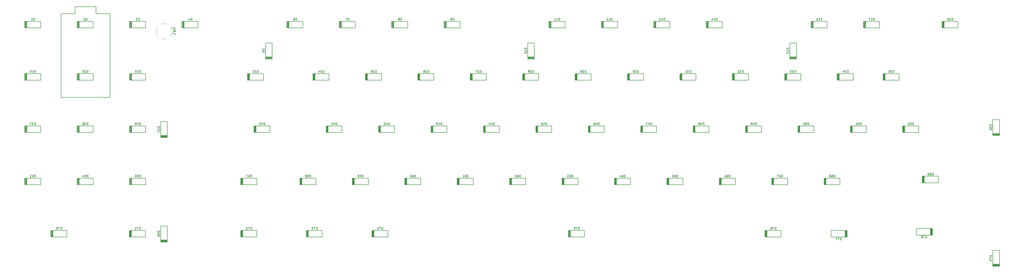
<source format=gbo>
G04 #@! TF.GenerationSoftware,KiCad,Pcbnew,5.1.6*
G04 #@! TF.CreationDate,2020-07-30T11:30:43-04:00*
G04 #@! TF.ProjectId,southpawpcb,736f7574-6870-4617-9770-63622e6b6963,rev?*
G04 #@! TF.SameCoordinates,Original*
G04 #@! TF.FileFunction,Legend,Bot*
G04 #@! TF.FilePolarity,Positive*
%FSLAX46Y46*%
G04 Gerber Fmt 4.6, Leading zero omitted, Abs format (unit mm)*
G04 Created by KiCad (PCBNEW 5.1.6) date 2020-07-30 11:30:43*
%MOMM*%
%LPD*%
G01*
G04 APERTURE LIST*
%ADD10C,0.150000*%
%ADD11C,0.200000*%
%ADD12C,0.120000*%
G04 APERTURE END LIST*
D10*
G04 #@! TO.C,U1*
X51852500Y24727600D02*
X51852500Y-5752400D01*
X51852500Y24727600D02*
X46772500Y24727600D01*
X46772500Y24727600D02*
X46772500Y27267600D01*
X46772500Y27267600D02*
X39152500Y27267600D01*
X39152500Y27267600D02*
X39152500Y24727600D01*
X39152500Y24727600D02*
X34072500Y24727600D01*
X34072500Y24727600D02*
X34072500Y-5752400D01*
X34072500Y-5752400D02*
X51852500Y-5752400D01*
D11*
G04 #@! TO.C,D7*
X135881000Y19525000D02*
X135881000Y21925000D01*
X135706000Y19525000D02*
X135706000Y21925000D01*
X135531000Y19525000D02*
X135531000Y21925000D01*
X135131000Y21925000D02*
X135131000Y19525000D01*
X135356000Y19525000D02*
X135356000Y21925000D01*
X135231000Y19525000D02*
X135231000Y21925000D01*
X135156000Y19525000D02*
X140956000Y19525000D01*
X140956000Y19525000D02*
X140956000Y21925000D01*
X140956000Y21925000D02*
X135156000Y21925000D01*
G04 #@! TO.C,D48*
X269543000Y-16175000D02*
X263743000Y-16175000D01*
X269543000Y-18575000D02*
X269543000Y-16175000D01*
X263743000Y-18575000D02*
X269543000Y-18575000D01*
X263818000Y-18575000D02*
X263818000Y-16175000D01*
X263943000Y-18575000D02*
X263943000Y-16175000D01*
X263718000Y-16175000D02*
X263718000Y-18575000D01*
X264118000Y-18575000D02*
X264118000Y-16175000D01*
X264293000Y-18575000D02*
X264293000Y-16175000D01*
X264468000Y-18575000D02*
X264468000Y-16175000D01*
G04 #@! TO.C,D72*
X100119000Y-56675000D02*
X100119000Y-54275000D01*
X99944000Y-56675000D02*
X99944000Y-54275000D01*
X99769000Y-56675000D02*
X99769000Y-54275000D01*
X99369000Y-54275000D02*
X99369000Y-56675000D01*
X99594000Y-56675000D02*
X99594000Y-54275000D01*
X99469000Y-56675000D02*
X99469000Y-54275000D01*
X99394000Y-56675000D02*
X105194000Y-56675000D01*
X105194000Y-56675000D02*
X105194000Y-54275000D01*
X105194000Y-54275000D02*
X99394000Y-54275000D01*
G04 #@! TO.C,D39*
X59681200Y-18575000D02*
X59681200Y-16175000D01*
X59506200Y-18575000D02*
X59506200Y-16175000D01*
X59331200Y-18575000D02*
X59331200Y-16175000D01*
X58931200Y-16175000D02*
X58931200Y-18575000D01*
X59156200Y-18575000D02*
X59156200Y-16175000D01*
X59031200Y-18575000D02*
X59031200Y-16175000D01*
X58956200Y-18575000D02*
X64756200Y-18575000D01*
X64756200Y-18575000D02*
X64756200Y-16175000D01*
X64756200Y-16175000D02*
X58956200Y-16175000D01*
G04 #@! TO.C,D2*
X45706200Y21925000D02*
X39906200Y21925000D01*
X45706200Y19525000D02*
X45706200Y21925000D01*
X39906200Y19525000D02*
X45706200Y19525000D01*
X39981200Y19525000D02*
X39981200Y21925000D01*
X40106200Y19525000D02*
X40106200Y21925000D01*
X39881200Y21925000D02*
X39881200Y19525000D01*
X40281200Y19525000D02*
X40281200Y21925000D01*
X40456200Y19525000D02*
X40456200Y21925000D01*
X40631200Y19525000D02*
X40631200Y21925000D01*
G04 #@! TO.C,D50*
X307643000Y-16175000D02*
X301843000Y-16175000D01*
X307643000Y-18575000D02*
X307643000Y-16175000D01*
X301843000Y-18575000D02*
X307643000Y-18575000D01*
X301918000Y-18575000D02*
X301918000Y-16175000D01*
X302043000Y-18575000D02*
X302043000Y-16175000D01*
X301818000Y-16175000D02*
X301818000Y-18575000D01*
X302218000Y-18575000D02*
X302218000Y-16175000D01*
X302393000Y-18575000D02*
X302393000Y-16175000D01*
X302568000Y-18575000D02*
X302568000Y-16175000D01*
G04 #@! TO.C,D21*
X59681200Y475000D02*
X59681200Y2875000D01*
X59506200Y475000D02*
X59506200Y2875000D01*
X59331200Y475000D02*
X59331200Y2875000D01*
X58931200Y2875000D02*
X58931200Y475000D01*
X59156200Y475000D02*
X59156200Y2875000D01*
X59031200Y475000D02*
X59031200Y2875000D01*
X58956200Y475000D02*
X64756200Y475000D01*
X64756200Y475000D02*
X64756200Y2875000D01*
X64756200Y2875000D02*
X58956200Y2875000D01*
G04 #@! TO.C,D53*
X26656200Y-35225000D02*
X20856200Y-35225000D01*
X26656200Y-37625000D02*
X26656200Y-35225000D01*
X20856200Y-37625000D02*
X26656200Y-37625000D01*
X20931200Y-37625000D02*
X20931200Y-35225000D01*
X21056200Y-37625000D02*
X21056200Y-35225000D01*
X20831200Y-35225000D02*
X20831200Y-37625000D01*
X21231200Y-37625000D02*
X21231200Y-35225000D01*
X21406200Y-37625000D02*
X21406200Y-35225000D01*
X21581200Y-37625000D02*
X21581200Y-35225000D01*
G04 #@! TO.C,D26*
X169531000Y2875000D02*
X163731000Y2875000D01*
X169531000Y475000D02*
X169531000Y2875000D01*
X163731000Y475000D02*
X169531000Y475000D01*
X163806000Y475000D02*
X163806000Y2875000D01*
X163931000Y475000D02*
X163931000Y2875000D01*
X163706000Y2875000D02*
X163706000Y475000D01*
X164106000Y475000D02*
X164106000Y2875000D01*
X164281000Y475000D02*
X164281000Y2875000D01*
X164456000Y475000D02*
X164456000Y2875000D01*
G04 #@! TO.C,D60*
X159694000Y-37625000D02*
X159694000Y-35225000D01*
X159519000Y-37625000D02*
X159519000Y-35225000D01*
X159344000Y-37625000D02*
X159344000Y-35225000D01*
X158944000Y-35225000D02*
X158944000Y-37625000D01*
X159169000Y-37625000D02*
X159169000Y-35225000D01*
X159044000Y-37625000D02*
X159044000Y-35225000D01*
X158969000Y-37625000D02*
X164769000Y-37625000D01*
X164769000Y-37625000D02*
X164769000Y-35225000D01*
X164769000Y-35225000D02*
X158969000Y-35225000D01*
G04 #@! TO.C,D42*
X155243000Y-16175000D02*
X149443000Y-16175000D01*
X155243000Y-18575000D02*
X155243000Y-16175000D01*
X149443000Y-18575000D02*
X155243000Y-18575000D01*
X149518000Y-18575000D02*
X149518000Y-16175000D01*
X149643000Y-18575000D02*
X149643000Y-16175000D01*
X149418000Y-16175000D02*
X149418000Y-18575000D01*
X149818000Y-18575000D02*
X149818000Y-16175000D01*
X149993000Y-18575000D02*
X149993000Y-16175000D01*
X150168000Y-18575000D02*
X150168000Y-16175000D01*
G04 #@! TO.C,D4*
X83806200Y21925000D02*
X78006200Y21925000D01*
X83806200Y19525000D02*
X83806200Y21925000D01*
X78006200Y19525000D02*
X83806200Y19525000D01*
X78081200Y19525000D02*
X78081200Y21925000D01*
X78206200Y19525000D02*
X78206200Y21925000D01*
X77981200Y21925000D02*
X77981200Y19525000D01*
X78381200Y19525000D02*
X78381200Y21925000D01*
X78556200Y19525000D02*
X78556200Y21925000D01*
X78731200Y19525000D02*
X78731200Y21925000D01*
G04 #@! TO.C,D3*
X59681200Y19525000D02*
X59681200Y21925000D01*
X59506200Y19525000D02*
X59506200Y21925000D01*
X59331200Y19525000D02*
X59331200Y21925000D01*
X58931200Y21925000D02*
X58931200Y19525000D01*
X59156200Y19525000D02*
X59156200Y21925000D01*
X59031200Y19525000D02*
X59031200Y21925000D01*
X58956200Y19525000D02*
X64756200Y19525000D01*
X64756200Y19525000D02*
X64756200Y21925000D01*
X64756200Y21925000D02*
X58956200Y21925000D01*
G04 #@! TO.C,D25*
X145406000Y475000D02*
X145406000Y2875000D01*
X145231000Y475000D02*
X145231000Y2875000D01*
X145056000Y475000D02*
X145056000Y2875000D01*
X144656000Y2875000D02*
X144656000Y475000D01*
X144881000Y475000D02*
X144881000Y2875000D01*
X144756000Y475000D02*
X144756000Y2875000D01*
X144681000Y475000D02*
X150481000Y475000D01*
X150481000Y475000D02*
X150481000Y2875000D01*
X150481000Y2875000D02*
X144681000Y2875000D01*
G04 #@! TO.C,D71*
X64712500Y-54275000D02*
X58912500Y-54275000D01*
X64712500Y-56675000D02*
X64712500Y-54275000D01*
X58912500Y-56675000D02*
X64712500Y-56675000D01*
X58987500Y-56675000D02*
X58987500Y-54275000D01*
X59112500Y-56675000D02*
X59112500Y-54275000D01*
X58887500Y-54275000D02*
X58887500Y-56675000D01*
X59287500Y-56675000D02*
X59287500Y-54275000D01*
X59462500Y-56675000D02*
X59462500Y-54275000D01*
X59637500Y-56675000D02*
X59637500Y-54275000D01*
G04 #@! TO.C,D78*
X344862000Y-55968800D02*
X350662000Y-55968800D01*
X344862000Y-53568800D02*
X344862000Y-55968800D01*
X350662000Y-53568800D02*
X344862000Y-53568800D01*
X350587000Y-53568800D02*
X350587000Y-55968800D01*
X350462000Y-53568800D02*
X350462000Y-55968800D01*
X350687000Y-55968800D02*
X350687000Y-53568800D01*
X350287000Y-53568800D02*
X350287000Y-55968800D01*
X350112000Y-53568800D02*
X350112000Y-55968800D01*
X349937000Y-53568800D02*
X349937000Y-55968800D01*
G04 #@! TO.C,D77*
X313906000Y-56675000D02*
X319706000Y-56675000D01*
X313906000Y-54275000D02*
X313906000Y-56675000D01*
X319706000Y-54275000D02*
X313906000Y-54275000D01*
X319631000Y-54275000D02*
X319631000Y-56675000D01*
X319506000Y-54275000D02*
X319506000Y-56675000D01*
X319731000Y-56675000D02*
X319731000Y-54275000D01*
X319331000Y-54275000D02*
X319331000Y-56675000D01*
X319156000Y-54275000D02*
X319156000Y-56675000D01*
X318981000Y-54275000D02*
X318981000Y-56675000D01*
G04 #@! TO.C,D45*
X207318000Y-18575000D02*
X207318000Y-16175000D01*
X207143000Y-18575000D02*
X207143000Y-16175000D01*
X206968000Y-18575000D02*
X206968000Y-16175000D01*
X206568000Y-16175000D02*
X206568000Y-18575000D01*
X206793000Y-18575000D02*
X206793000Y-16175000D01*
X206668000Y-18575000D02*
X206668000Y-16175000D01*
X206593000Y-18575000D02*
X212393000Y-18575000D01*
X212393000Y-18575000D02*
X212393000Y-16175000D01*
X212393000Y-16175000D02*
X206593000Y-16175000D01*
G04 #@! TO.C,D16*
X312406000Y21925000D02*
X306606000Y21925000D01*
X312406000Y19525000D02*
X312406000Y21925000D01*
X306606000Y19525000D02*
X312406000Y19525000D01*
X306681000Y19525000D02*
X306681000Y21925000D01*
X306806000Y19525000D02*
X306806000Y21925000D01*
X306581000Y21925000D02*
X306581000Y19525000D01*
X306981000Y19525000D02*
X306981000Y21925000D01*
X307156000Y19525000D02*
X307156000Y21925000D01*
X307331000Y19525000D02*
X307331000Y21925000D01*
G04 #@! TO.C,D22*
X70281200Y-14575000D02*
X70281200Y-20375000D01*
X72681200Y-14575000D02*
X70281200Y-14575000D01*
X72681200Y-20375000D02*
X72681200Y-14575000D01*
X72681200Y-20300000D02*
X70281200Y-20300000D01*
X72681200Y-20175000D02*
X70281200Y-20175000D01*
X70281200Y-20400000D02*
X72681200Y-20400000D01*
X72681200Y-20000000D02*
X70281200Y-20000000D01*
X72681200Y-19825000D02*
X70281200Y-19825000D01*
X72681200Y-19650000D02*
X70281200Y-19650000D01*
G04 #@! TO.C,D10*
X203631000Y14000000D02*
X203631000Y8200000D01*
X206031000Y14000000D02*
X203631000Y14000000D01*
X206031000Y8200000D02*
X206031000Y14000000D01*
X206031000Y8275000D02*
X203631000Y8275000D01*
X206031000Y8400000D02*
X203631000Y8400000D01*
X203631000Y8175000D02*
X206031000Y8175000D01*
X206031000Y8575000D02*
X203631000Y8575000D01*
X206031000Y8750000D02*
X203631000Y8750000D01*
X206031000Y8925000D02*
X203631000Y8925000D01*
G04 #@! TO.C,D54*
X40631200Y-37625000D02*
X40631200Y-35225000D01*
X40456200Y-37625000D02*
X40456200Y-35225000D01*
X40281200Y-37625000D02*
X40281200Y-35225000D01*
X39881200Y-35225000D02*
X39881200Y-37625000D01*
X40106200Y-37625000D02*
X40106200Y-35225000D01*
X39981200Y-37625000D02*
X39981200Y-35225000D01*
X39906200Y-37625000D02*
X45706200Y-37625000D01*
X45706200Y-37625000D02*
X45706200Y-35225000D01*
X45706200Y-35225000D02*
X39906200Y-35225000D01*
G04 #@! TO.C,D19*
X21581200Y475000D02*
X21581200Y2875000D01*
X21406200Y475000D02*
X21406200Y2875000D01*
X21231200Y475000D02*
X21231200Y2875000D01*
X20831200Y2875000D02*
X20831200Y475000D01*
X21056200Y475000D02*
X21056200Y2875000D01*
X20931200Y475000D02*
X20931200Y2875000D01*
X20856200Y475000D02*
X26656200Y475000D01*
X26656200Y475000D02*
X26656200Y2875000D01*
X26656200Y2875000D02*
X20856200Y2875000D01*
G04 #@! TO.C,D57*
X100119000Y-37625000D02*
X100119000Y-35225000D01*
X99944000Y-37625000D02*
X99944000Y-35225000D01*
X99769000Y-37625000D02*
X99769000Y-35225000D01*
X99369000Y-35225000D02*
X99369000Y-37625000D01*
X99594000Y-37625000D02*
X99594000Y-35225000D01*
X99469000Y-37625000D02*
X99469000Y-35225000D01*
X99394000Y-37625000D02*
X105194000Y-37625000D01*
X105194000Y-37625000D02*
X105194000Y-35225000D01*
X105194000Y-35225000D02*
X99394000Y-35225000D01*
G04 #@! TO.C,D47*
X245418000Y-18575000D02*
X245418000Y-16175000D01*
X245243000Y-18575000D02*
X245243000Y-16175000D01*
X245068000Y-18575000D02*
X245068000Y-16175000D01*
X244668000Y-16175000D02*
X244668000Y-18575000D01*
X244893000Y-18575000D02*
X244893000Y-16175000D01*
X244768000Y-18575000D02*
X244768000Y-16175000D01*
X244693000Y-18575000D02*
X250493000Y-18575000D01*
X250493000Y-18575000D02*
X250493000Y-16175000D01*
X250493000Y-16175000D02*
X244693000Y-16175000D01*
G04 #@! TO.C,D15*
X301281000Y8925000D02*
X298881000Y8925000D01*
X301281000Y8750000D02*
X298881000Y8750000D01*
X301281000Y8575000D02*
X298881000Y8575000D01*
X298881000Y8175000D02*
X301281000Y8175000D01*
X301281000Y8400000D02*
X298881000Y8400000D01*
X301281000Y8275000D02*
X298881000Y8275000D01*
X301281000Y8200000D02*
X301281000Y14000000D01*
X301281000Y14000000D02*
X298881000Y14000000D01*
X298881000Y14000000D02*
X298881000Y8200000D01*
G04 #@! TO.C,D67*
X298119000Y-35225000D02*
X292319000Y-35225000D01*
X298119000Y-37625000D02*
X298119000Y-35225000D01*
X292319000Y-37625000D02*
X298119000Y-37625000D01*
X292394000Y-37625000D02*
X292394000Y-35225000D01*
X292519000Y-37625000D02*
X292519000Y-35225000D01*
X292294000Y-35225000D02*
X292294000Y-37625000D01*
X292694000Y-37625000D02*
X292694000Y-35225000D01*
X292869000Y-37625000D02*
X292869000Y-35225000D01*
X293044000Y-37625000D02*
X293044000Y-35225000D01*
G04 #@! TO.C,D36*
X372656000Y-13868800D02*
X372656000Y-19668800D01*
X375056000Y-13868800D02*
X372656000Y-13868800D01*
X375056000Y-19668800D02*
X375056000Y-13868800D01*
X375056000Y-19593800D02*
X372656000Y-19593800D01*
X375056000Y-19468800D02*
X372656000Y-19468800D01*
X372656000Y-19693800D02*
X375056000Y-19693800D01*
X375056000Y-19293800D02*
X372656000Y-19293800D01*
X375056000Y-19118800D02*
X372656000Y-19118800D01*
X375056000Y-18943800D02*
X372656000Y-18943800D01*
G04 #@! TO.C,D62*
X197794000Y-37625000D02*
X197794000Y-35225000D01*
X197619000Y-37625000D02*
X197619000Y-35225000D01*
X197444000Y-37625000D02*
X197444000Y-35225000D01*
X197044000Y-35225000D02*
X197044000Y-37625000D01*
X197269000Y-37625000D02*
X197269000Y-35225000D01*
X197144000Y-37625000D02*
X197144000Y-35225000D01*
X197069000Y-37625000D02*
X202869000Y-37625000D01*
X202869000Y-37625000D02*
X202869000Y-35225000D01*
X202869000Y-35225000D02*
X197069000Y-35225000D01*
G04 #@! TO.C,D61*
X178744000Y-37625000D02*
X178744000Y-35225000D01*
X178569000Y-37625000D02*
X178569000Y-35225000D01*
X178394000Y-37625000D02*
X178394000Y-35225000D01*
X177994000Y-35225000D02*
X177994000Y-37625000D01*
X178219000Y-37625000D02*
X178219000Y-35225000D01*
X178094000Y-37625000D02*
X178094000Y-35225000D01*
X178019000Y-37625000D02*
X183819000Y-37625000D01*
X183819000Y-37625000D02*
X183819000Y-35225000D01*
X183819000Y-35225000D02*
X178019000Y-35225000D01*
G04 #@! TO.C,D52*
X345700000Y-16175000D02*
X339900000Y-16175000D01*
X345700000Y-18575000D02*
X345700000Y-16175000D01*
X339900000Y-18575000D02*
X345700000Y-18575000D01*
X339975000Y-18575000D02*
X339975000Y-16175000D01*
X340100000Y-18575000D02*
X340100000Y-16175000D01*
X339875000Y-16175000D02*
X339875000Y-18575000D01*
X340275000Y-18575000D02*
X340275000Y-16175000D01*
X340450000Y-18575000D02*
X340450000Y-16175000D01*
X340625000Y-18575000D02*
X340625000Y-16175000D01*
G04 #@! TO.C,D37*
X21581200Y-18575000D02*
X21581200Y-16175000D01*
X21406200Y-18575000D02*
X21406200Y-16175000D01*
X21231200Y-18575000D02*
X21231200Y-16175000D01*
X20831200Y-16175000D02*
X20831200Y-18575000D01*
X21056200Y-18575000D02*
X21056200Y-16175000D01*
X20931200Y-18575000D02*
X20931200Y-16175000D01*
X20856200Y-18575000D02*
X26656200Y-18575000D01*
X26656200Y-18575000D02*
X26656200Y-16175000D01*
X26656200Y-16175000D02*
X20856200Y-16175000D01*
G04 #@! TO.C,D65*
X254944000Y-37625000D02*
X254944000Y-35225000D01*
X254769000Y-37625000D02*
X254769000Y-35225000D01*
X254594000Y-37625000D02*
X254594000Y-35225000D01*
X254194000Y-35225000D02*
X254194000Y-37625000D01*
X254419000Y-37625000D02*
X254419000Y-35225000D01*
X254294000Y-37625000D02*
X254294000Y-35225000D01*
X254219000Y-37625000D02*
X260019000Y-37625000D01*
X260019000Y-37625000D02*
X260019000Y-35225000D01*
X260019000Y-35225000D02*
X254219000Y-35225000D01*
G04 #@! TO.C,D14*
X269231000Y19525000D02*
X269231000Y21925000D01*
X269056000Y19525000D02*
X269056000Y21925000D01*
X268881000Y19525000D02*
X268881000Y21925000D01*
X268481000Y21925000D02*
X268481000Y19525000D01*
X268706000Y19525000D02*
X268706000Y21925000D01*
X268581000Y19525000D02*
X268581000Y21925000D01*
X268506000Y19525000D02*
X274306000Y19525000D01*
X274306000Y19525000D02*
X274306000Y21925000D01*
X274306000Y21925000D02*
X268506000Y21925000D01*
G04 #@! TO.C,D68*
X312050000Y-37625000D02*
X312050000Y-35225000D01*
X311875000Y-37625000D02*
X311875000Y-35225000D01*
X311700000Y-37625000D02*
X311700000Y-35225000D01*
X311300000Y-35225000D02*
X311300000Y-37625000D01*
X311525000Y-37625000D02*
X311525000Y-35225000D01*
X311400000Y-37625000D02*
X311400000Y-35225000D01*
X311325000Y-37625000D02*
X317125000Y-37625000D01*
X317125000Y-37625000D02*
X317125000Y-35225000D01*
X317125000Y-35225000D02*
X311325000Y-35225000D01*
G04 #@! TO.C,D18*
X360031000Y21925000D02*
X354231000Y21925000D01*
X360031000Y19525000D02*
X360031000Y21925000D01*
X354231000Y19525000D02*
X360031000Y19525000D01*
X354306000Y19525000D02*
X354306000Y21925000D01*
X354431000Y19525000D02*
X354431000Y21925000D01*
X354206000Y21925000D02*
X354206000Y19525000D01*
X354606000Y19525000D02*
X354606000Y21925000D01*
X354781000Y19525000D02*
X354781000Y21925000D01*
X354956000Y19525000D02*
X354956000Y21925000D01*
G04 #@! TO.C,D38*
X45706200Y-16175000D02*
X39906200Y-16175000D01*
X45706200Y-18575000D02*
X45706200Y-16175000D01*
X39906200Y-18575000D02*
X45706200Y-18575000D01*
X39981200Y-18575000D02*
X39981200Y-16175000D01*
X40106200Y-18575000D02*
X40106200Y-16175000D01*
X39881200Y-16175000D02*
X39881200Y-18575000D01*
X40281200Y-18575000D02*
X40281200Y-16175000D01*
X40456200Y-18575000D02*
X40456200Y-16175000D01*
X40631200Y-18575000D02*
X40631200Y-16175000D01*
G04 #@! TO.C,D12*
X236206000Y21925000D02*
X230406000Y21925000D01*
X236206000Y19525000D02*
X236206000Y21925000D01*
X230406000Y19525000D02*
X236206000Y19525000D01*
X230481000Y19525000D02*
X230481000Y21925000D01*
X230606000Y19525000D02*
X230606000Y21925000D01*
X230381000Y21925000D02*
X230381000Y19525000D01*
X230781000Y19525000D02*
X230781000Y21925000D01*
X230956000Y19525000D02*
X230956000Y21925000D01*
X231131000Y19525000D02*
X231131000Y21925000D01*
G04 #@! TO.C,D58*
X126669000Y-35225000D02*
X120869000Y-35225000D01*
X126669000Y-37625000D02*
X126669000Y-35225000D01*
X120869000Y-37625000D02*
X126669000Y-37625000D01*
X120944000Y-37625000D02*
X120944000Y-35225000D01*
X121069000Y-37625000D02*
X121069000Y-35225000D01*
X120844000Y-35225000D02*
X120844000Y-37625000D01*
X121244000Y-37625000D02*
X121244000Y-35225000D01*
X121419000Y-37625000D02*
X121419000Y-35225000D01*
X121594000Y-37625000D02*
X121594000Y-35225000D01*
G04 #@! TO.C,D34*
X321931000Y2875000D02*
X316131000Y2875000D01*
X321931000Y475000D02*
X321931000Y2875000D01*
X316131000Y475000D02*
X321931000Y475000D01*
X316206000Y475000D02*
X316206000Y2875000D01*
X316331000Y475000D02*
X316331000Y2875000D01*
X316106000Y2875000D02*
X316106000Y475000D01*
X316506000Y475000D02*
X316506000Y2875000D01*
X316681000Y475000D02*
X316681000Y2875000D01*
X316856000Y475000D02*
X316856000Y2875000D01*
G04 #@! TO.C,D20*
X45706200Y2875000D02*
X39906200Y2875000D01*
X45706200Y475000D02*
X45706200Y2875000D01*
X39906200Y475000D02*
X45706200Y475000D01*
X39981200Y475000D02*
X39981200Y2875000D01*
X40106200Y475000D02*
X40106200Y2875000D01*
X39881200Y2875000D02*
X39881200Y475000D01*
X40281200Y475000D02*
X40281200Y2875000D01*
X40456200Y475000D02*
X40456200Y2875000D01*
X40631200Y475000D02*
X40631200Y2875000D01*
G04 #@! TO.C,D69*
X347769000Y-36918800D02*
X347769000Y-34518800D01*
X347594000Y-36918800D02*
X347594000Y-34518800D01*
X347419000Y-36918800D02*
X347419000Y-34518800D01*
X347019000Y-34518800D02*
X347019000Y-36918800D01*
X347244000Y-36918800D02*
X347244000Y-34518800D01*
X347119000Y-36918800D02*
X347119000Y-34518800D01*
X347044000Y-36918800D02*
X352844000Y-36918800D01*
X352844000Y-36918800D02*
X352844000Y-34518800D01*
X352844000Y-34518800D02*
X347044000Y-34518800D01*
D12*
G04 #@! TO.C,SW1*
X69181200Y16643800D02*
X68731200Y17093800D01*
X69181200Y20043800D02*
X68731200Y19593800D01*
X73781200Y20043800D02*
X74231200Y19593800D01*
X73781200Y16643800D02*
X74231200Y17093800D01*
X72481200Y21093800D02*
X70481200Y21093800D01*
X68731200Y17093800D02*
X68731200Y19593800D01*
X72481200Y15593800D02*
X70481200Y15593800D01*
X74231200Y17093800D02*
X74231200Y19593800D01*
D11*
G04 #@! TO.C,D40*
X110000000Y-16175000D02*
X104200000Y-16175000D01*
X110000000Y-18575000D02*
X110000000Y-16175000D01*
X104200000Y-18575000D02*
X110000000Y-18575000D01*
X104275000Y-18575000D02*
X104275000Y-16175000D01*
X104400000Y-18575000D02*
X104400000Y-16175000D01*
X104175000Y-16175000D02*
X104175000Y-18575000D01*
X104575000Y-18575000D02*
X104575000Y-16175000D01*
X104750000Y-18575000D02*
X104750000Y-16175000D01*
X104925000Y-18575000D02*
X104925000Y-16175000D01*
G04 #@! TO.C,D56*
X70281200Y-52675000D02*
X70281200Y-58475000D01*
X72681200Y-52675000D02*
X70281200Y-52675000D01*
X72681200Y-58475000D02*
X72681200Y-52675000D01*
X72681200Y-58400000D02*
X70281200Y-58400000D01*
X72681200Y-58275000D02*
X70281200Y-58275000D01*
X70281200Y-58500000D02*
X72681200Y-58500000D01*
X72681200Y-58100000D02*
X70281200Y-58100000D01*
X72681200Y-57925000D02*
X70281200Y-57925000D01*
X72681200Y-57750000D02*
X70281200Y-57750000D01*
G04 #@! TO.C,D23*
X102544000Y475000D02*
X102544000Y2875000D01*
X102369000Y475000D02*
X102369000Y2875000D01*
X102194000Y475000D02*
X102194000Y2875000D01*
X101794000Y2875000D02*
X101794000Y475000D01*
X102019000Y475000D02*
X102019000Y2875000D01*
X101894000Y475000D02*
X101894000Y2875000D01*
X101819000Y475000D02*
X107619000Y475000D01*
X107619000Y475000D02*
X107619000Y2875000D01*
X107619000Y2875000D02*
X101819000Y2875000D01*
G04 #@! TO.C,D17*
X326381000Y19525000D02*
X326381000Y21925000D01*
X326206000Y19525000D02*
X326206000Y21925000D01*
X326031000Y19525000D02*
X326031000Y21925000D01*
X325631000Y21925000D02*
X325631000Y19525000D01*
X325856000Y19525000D02*
X325856000Y21925000D01*
X325731000Y19525000D02*
X325731000Y21925000D01*
X325656000Y19525000D02*
X331456000Y19525000D01*
X331456000Y19525000D02*
X331456000Y21925000D01*
X331456000Y21925000D02*
X325656000Y21925000D01*
G04 #@! TO.C,D32*
X283831000Y2875000D02*
X278031000Y2875000D01*
X283831000Y475000D02*
X283831000Y2875000D01*
X278031000Y475000D02*
X283831000Y475000D01*
X278106000Y475000D02*
X278106000Y2875000D01*
X278231000Y475000D02*
X278231000Y2875000D01*
X278006000Y2875000D02*
X278006000Y475000D01*
X278406000Y475000D02*
X278406000Y2875000D01*
X278581000Y475000D02*
X278581000Y2875000D01*
X278756000Y475000D02*
X278756000Y2875000D01*
G04 #@! TO.C,D31*
X259706000Y475000D02*
X259706000Y2875000D01*
X259531000Y475000D02*
X259531000Y2875000D01*
X259356000Y475000D02*
X259356000Y2875000D01*
X258956000Y2875000D02*
X258956000Y475000D01*
X259181000Y475000D02*
X259181000Y2875000D01*
X259056000Y475000D02*
X259056000Y2875000D01*
X258981000Y475000D02*
X264781000Y475000D01*
X264781000Y475000D02*
X264781000Y2875000D01*
X264781000Y2875000D02*
X258981000Y2875000D01*
G04 #@! TO.C,D9*
X173981000Y19525000D02*
X173981000Y21925000D01*
X173806000Y19525000D02*
X173806000Y21925000D01*
X173631000Y19525000D02*
X173631000Y21925000D01*
X173231000Y21925000D02*
X173231000Y19525000D01*
X173456000Y19525000D02*
X173456000Y21925000D01*
X173331000Y19525000D02*
X173331000Y21925000D01*
X173256000Y19525000D02*
X179056000Y19525000D01*
X179056000Y19525000D02*
X179056000Y21925000D01*
X179056000Y21925000D02*
X173256000Y21925000D01*
G04 #@! TO.C,D64*
X240969000Y-35225000D02*
X235169000Y-35225000D01*
X240969000Y-37625000D02*
X240969000Y-35225000D01*
X235169000Y-37625000D02*
X240969000Y-37625000D01*
X235244000Y-37625000D02*
X235244000Y-35225000D01*
X235369000Y-37625000D02*
X235369000Y-35225000D01*
X235144000Y-35225000D02*
X235144000Y-37625000D01*
X235544000Y-37625000D02*
X235544000Y-35225000D01*
X235719000Y-37625000D02*
X235719000Y-35225000D01*
X235894000Y-37625000D02*
X235894000Y-35225000D01*
G04 #@! TO.C,D74*
X152819000Y-54275000D02*
X147019000Y-54275000D01*
X152819000Y-56675000D02*
X152819000Y-54275000D01*
X147019000Y-56675000D02*
X152819000Y-56675000D01*
X147094000Y-56675000D02*
X147094000Y-54275000D01*
X147219000Y-56675000D02*
X147219000Y-54275000D01*
X146994000Y-54275000D02*
X146994000Y-56675000D01*
X147394000Y-56675000D02*
X147394000Y-54275000D01*
X147569000Y-56675000D02*
X147569000Y-54275000D01*
X147744000Y-56675000D02*
X147744000Y-54275000D01*
G04 #@! TO.C,D76*
X295694000Y-54275000D02*
X289894000Y-54275000D01*
X295694000Y-56675000D02*
X295694000Y-54275000D01*
X289894000Y-56675000D02*
X295694000Y-56675000D01*
X289969000Y-56675000D02*
X289969000Y-54275000D01*
X290094000Y-56675000D02*
X290094000Y-54275000D01*
X289869000Y-54275000D02*
X289869000Y-56675000D01*
X290269000Y-56675000D02*
X290269000Y-54275000D01*
X290444000Y-56675000D02*
X290444000Y-54275000D01*
X290619000Y-56675000D02*
X290619000Y-54275000D01*
G04 #@! TO.C,D49*
X283518000Y-18575000D02*
X283518000Y-16175000D01*
X283343000Y-18575000D02*
X283343000Y-16175000D01*
X283168000Y-18575000D02*
X283168000Y-16175000D01*
X282768000Y-16175000D02*
X282768000Y-18575000D01*
X282993000Y-18575000D02*
X282993000Y-16175000D01*
X282868000Y-18575000D02*
X282868000Y-16175000D01*
X282793000Y-18575000D02*
X288593000Y-18575000D01*
X288593000Y-18575000D02*
X288593000Y-16175000D01*
X288593000Y-16175000D02*
X282793000Y-16175000D01*
G04 #@! TO.C,D70*
X31062500Y-56675000D02*
X31062500Y-54275000D01*
X30887500Y-56675000D02*
X30887500Y-54275000D01*
X30712500Y-56675000D02*
X30712500Y-54275000D01*
X30312500Y-54275000D02*
X30312500Y-56675000D01*
X30537500Y-56675000D02*
X30537500Y-54275000D01*
X30412500Y-56675000D02*
X30412500Y-54275000D01*
X30337500Y-56675000D02*
X36137500Y-56675000D01*
X36137500Y-56675000D02*
X36137500Y-54275000D01*
X36137500Y-54275000D02*
X30337500Y-54275000D01*
G04 #@! TO.C,D75*
X224256000Y-54275000D02*
X218456000Y-54275000D01*
X224256000Y-56675000D02*
X224256000Y-54275000D01*
X218456000Y-56675000D02*
X224256000Y-56675000D01*
X218531000Y-56675000D02*
X218531000Y-54275000D01*
X218656000Y-56675000D02*
X218656000Y-54275000D01*
X218431000Y-54275000D02*
X218431000Y-56675000D01*
X218831000Y-56675000D02*
X218831000Y-54275000D01*
X219006000Y-56675000D02*
X219006000Y-54275000D01*
X219181000Y-56675000D02*
X219181000Y-54275000D01*
G04 #@! TO.C,D8*
X160006000Y21925000D02*
X154206000Y21925000D01*
X160006000Y19525000D02*
X160006000Y21925000D01*
X154206000Y19525000D02*
X160006000Y19525000D01*
X154281000Y19525000D02*
X154281000Y21925000D01*
X154406000Y19525000D02*
X154406000Y21925000D01*
X154181000Y21925000D02*
X154181000Y19525000D01*
X154581000Y19525000D02*
X154581000Y21925000D01*
X154756000Y19525000D02*
X154756000Y21925000D01*
X154931000Y19525000D02*
X154931000Y21925000D01*
G04 #@! TO.C,D28*
X202556000Y475000D02*
X202556000Y2875000D01*
X202381000Y475000D02*
X202381000Y2875000D01*
X202206000Y475000D02*
X202206000Y2875000D01*
X201806000Y2875000D02*
X201806000Y475000D01*
X202031000Y475000D02*
X202031000Y2875000D01*
X201906000Y475000D02*
X201906000Y2875000D01*
X201831000Y475000D02*
X207631000Y475000D01*
X207631000Y475000D02*
X207631000Y2875000D01*
X207631000Y2875000D02*
X201831000Y2875000D01*
G04 #@! TO.C,D13*
X250181000Y19525000D02*
X250181000Y21925000D01*
X250006000Y19525000D02*
X250006000Y21925000D01*
X249831000Y19525000D02*
X249831000Y21925000D01*
X249431000Y21925000D02*
X249431000Y19525000D01*
X249656000Y19525000D02*
X249656000Y21925000D01*
X249531000Y19525000D02*
X249531000Y21925000D01*
X249456000Y19525000D02*
X255256000Y19525000D01*
X255256000Y19525000D02*
X255256000Y21925000D01*
X255256000Y21925000D02*
X249456000Y21925000D01*
G04 #@! TO.C,D66*
X273994000Y-37625000D02*
X273994000Y-35225000D01*
X273819000Y-37625000D02*
X273819000Y-35225000D01*
X273644000Y-37625000D02*
X273644000Y-35225000D01*
X273244000Y-35225000D02*
X273244000Y-37625000D01*
X273469000Y-37625000D02*
X273469000Y-35225000D01*
X273344000Y-37625000D02*
X273344000Y-35225000D01*
X273269000Y-37625000D02*
X279069000Y-37625000D01*
X279069000Y-37625000D02*
X279069000Y-35225000D01*
X279069000Y-35225000D02*
X273269000Y-35225000D01*
G04 #@! TO.C,D6*
X121906000Y21925000D02*
X116106000Y21925000D01*
X121906000Y19525000D02*
X121906000Y21925000D01*
X116106000Y19525000D02*
X121906000Y19525000D01*
X116181000Y19525000D02*
X116181000Y21925000D01*
X116306000Y19525000D02*
X116306000Y21925000D01*
X116081000Y21925000D02*
X116081000Y19525000D01*
X116481000Y19525000D02*
X116481000Y21925000D01*
X116656000Y19525000D02*
X116656000Y21925000D01*
X116831000Y19525000D02*
X116831000Y21925000D01*
G04 #@! TO.C,D44*
X193343000Y-16175000D02*
X187543000Y-16175000D01*
X193343000Y-18575000D02*
X193343000Y-16175000D01*
X187543000Y-18575000D02*
X193343000Y-18575000D01*
X187618000Y-18575000D02*
X187618000Y-16175000D01*
X187743000Y-18575000D02*
X187743000Y-16175000D01*
X187518000Y-16175000D02*
X187518000Y-18575000D01*
X187918000Y-18575000D02*
X187918000Y-16175000D01*
X188093000Y-18575000D02*
X188093000Y-16175000D01*
X188268000Y-18575000D02*
X188268000Y-16175000D01*
G04 #@! TO.C,D46*
X231443000Y-16175000D02*
X225643000Y-16175000D01*
X231443000Y-18575000D02*
X231443000Y-16175000D01*
X225643000Y-18575000D02*
X231443000Y-18575000D01*
X225718000Y-18575000D02*
X225718000Y-16175000D01*
X225843000Y-18575000D02*
X225843000Y-16175000D01*
X225618000Y-16175000D02*
X225618000Y-18575000D01*
X226018000Y-18575000D02*
X226018000Y-16175000D01*
X226193000Y-18575000D02*
X226193000Y-16175000D01*
X226368000Y-18575000D02*
X226368000Y-16175000D01*
G04 #@! TO.C,D51*
X321618000Y-18575000D02*
X321618000Y-16175000D01*
X321443000Y-18575000D02*
X321443000Y-16175000D01*
X321268000Y-18575000D02*
X321268000Y-16175000D01*
X320868000Y-16175000D02*
X320868000Y-18575000D01*
X321093000Y-18575000D02*
X321093000Y-16175000D01*
X320968000Y-18575000D02*
X320968000Y-16175000D01*
X320893000Y-18575000D02*
X326693000Y-18575000D01*
X326693000Y-18575000D02*
X326693000Y-16175000D01*
X326693000Y-16175000D02*
X320893000Y-16175000D01*
G04 #@! TO.C,D11*
X212081000Y19525000D02*
X212081000Y21925000D01*
X211906000Y19525000D02*
X211906000Y21925000D01*
X211731000Y19525000D02*
X211731000Y21925000D01*
X211331000Y21925000D02*
X211331000Y19525000D01*
X211556000Y19525000D02*
X211556000Y21925000D01*
X211431000Y19525000D02*
X211431000Y21925000D01*
X211356000Y19525000D02*
X217156000Y19525000D01*
X217156000Y19525000D02*
X217156000Y21925000D01*
X217156000Y21925000D02*
X211356000Y21925000D01*
G04 #@! TO.C,D63*
X221919000Y-35225000D02*
X216119000Y-35225000D01*
X221919000Y-37625000D02*
X221919000Y-35225000D01*
X216119000Y-37625000D02*
X221919000Y-37625000D01*
X216194000Y-37625000D02*
X216194000Y-35225000D01*
X216319000Y-37625000D02*
X216319000Y-35225000D01*
X216094000Y-35225000D02*
X216094000Y-37625000D01*
X216494000Y-37625000D02*
X216494000Y-35225000D01*
X216669000Y-37625000D02*
X216669000Y-35225000D01*
X216844000Y-37625000D02*
X216844000Y-35225000D01*
G04 #@! TO.C,D29*
X221606000Y475000D02*
X221606000Y2875000D01*
X221431000Y475000D02*
X221431000Y2875000D01*
X221256000Y475000D02*
X221256000Y2875000D01*
X220856000Y2875000D02*
X220856000Y475000D01*
X221081000Y475000D02*
X221081000Y2875000D01*
X220956000Y475000D02*
X220956000Y2875000D01*
X220881000Y475000D02*
X226681000Y475000D01*
X226681000Y475000D02*
X226681000Y2875000D01*
X226681000Y2875000D02*
X220881000Y2875000D01*
G04 #@! TO.C,D55*
X59681200Y-37625000D02*
X59681200Y-35225000D01*
X59506200Y-37625000D02*
X59506200Y-35225000D01*
X59331200Y-37625000D02*
X59331200Y-35225000D01*
X58931200Y-35225000D02*
X58931200Y-37625000D01*
X59156200Y-37625000D02*
X59156200Y-35225000D01*
X59031200Y-37625000D02*
X59031200Y-35225000D01*
X58956200Y-37625000D02*
X64756200Y-37625000D01*
X64756200Y-37625000D02*
X64756200Y-35225000D01*
X64756200Y-35225000D02*
X58956200Y-35225000D01*
G04 #@! TO.C,D5*
X110781000Y8925000D02*
X108381000Y8925000D01*
X110781000Y8750000D02*
X108381000Y8750000D01*
X110781000Y8575000D02*
X108381000Y8575000D01*
X108381000Y8175000D02*
X110781000Y8175000D01*
X110781000Y8400000D02*
X108381000Y8400000D01*
X110781000Y8275000D02*
X108381000Y8275000D01*
X110781000Y8200000D02*
X110781000Y14000000D01*
X110781000Y14000000D02*
X108381000Y14000000D01*
X108381000Y14000000D02*
X108381000Y8200000D01*
G04 #@! TO.C,D43*
X169218000Y-18575000D02*
X169218000Y-16175000D01*
X169043000Y-18575000D02*
X169043000Y-16175000D01*
X168868000Y-18575000D02*
X168868000Y-16175000D01*
X168468000Y-16175000D02*
X168468000Y-18575000D01*
X168693000Y-18575000D02*
X168693000Y-16175000D01*
X168568000Y-18575000D02*
X168568000Y-16175000D01*
X168493000Y-18575000D02*
X174293000Y-18575000D01*
X174293000Y-18575000D02*
X174293000Y-16175000D01*
X174293000Y-16175000D02*
X168493000Y-16175000D01*
G04 #@! TO.C,D73*
X129006000Y-54275000D02*
X123206000Y-54275000D01*
X129006000Y-56675000D02*
X129006000Y-54275000D01*
X123206000Y-56675000D02*
X129006000Y-56675000D01*
X123281000Y-56675000D02*
X123281000Y-54275000D01*
X123406000Y-56675000D02*
X123406000Y-54275000D01*
X123181000Y-54275000D02*
X123181000Y-56675000D01*
X123581000Y-56675000D02*
X123581000Y-54275000D01*
X123756000Y-56675000D02*
X123756000Y-54275000D01*
X123931000Y-56675000D02*
X123931000Y-54275000D01*
G04 #@! TO.C,D33*
X297806000Y475000D02*
X297806000Y2875000D01*
X297631000Y475000D02*
X297631000Y2875000D01*
X297456000Y475000D02*
X297456000Y2875000D01*
X297056000Y2875000D02*
X297056000Y475000D01*
X297281000Y475000D02*
X297281000Y2875000D01*
X297156000Y475000D02*
X297156000Y2875000D01*
X297081000Y475000D02*
X302881000Y475000D01*
X302881000Y475000D02*
X302881000Y2875000D01*
X302881000Y2875000D02*
X297081000Y2875000D01*
G04 #@! TO.C,D30*
X245731000Y2875000D02*
X239931000Y2875000D01*
X245731000Y475000D02*
X245731000Y2875000D01*
X239931000Y475000D02*
X245731000Y475000D01*
X240006000Y475000D02*
X240006000Y2875000D01*
X240131000Y475000D02*
X240131000Y2875000D01*
X239906000Y2875000D02*
X239906000Y475000D01*
X240306000Y475000D02*
X240306000Y2875000D01*
X240481000Y475000D02*
X240481000Y2875000D01*
X240656000Y475000D02*
X240656000Y2875000D01*
G04 #@! TO.C,D35*
X333525000Y475000D02*
X333525000Y2875000D01*
X333350000Y475000D02*
X333350000Y2875000D01*
X333175000Y475000D02*
X333175000Y2875000D01*
X332775000Y2875000D02*
X332775000Y475000D01*
X333000000Y475000D02*
X333000000Y2875000D01*
X332875000Y475000D02*
X332875000Y2875000D01*
X332800000Y475000D02*
X338600000Y475000D01*
X338600000Y475000D02*
X338600000Y2875000D01*
X338600000Y2875000D02*
X332800000Y2875000D01*
G04 #@! TO.C,D24*
X131431000Y2875000D02*
X125631000Y2875000D01*
X131431000Y475000D02*
X131431000Y2875000D01*
X125631000Y475000D02*
X131431000Y475000D01*
X125706000Y475000D02*
X125706000Y2875000D01*
X125831000Y475000D02*
X125831000Y2875000D01*
X125606000Y2875000D02*
X125606000Y475000D01*
X126006000Y475000D02*
X126006000Y2875000D01*
X126181000Y475000D02*
X126181000Y2875000D01*
X126356000Y475000D02*
X126356000Y2875000D01*
G04 #@! TO.C,D59*
X145719000Y-35225000D02*
X139919000Y-35225000D01*
X145719000Y-37625000D02*
X145719000Y-35225000D01*
X139919000Y-37625000D02*
X145719000Y-37625000D01*
X139994000Y-37625000D02*
X139994000Y-35225000D01*
X140119000Y-37625000D02*
X140119000Y-35225000D01*
X139894000Y-35225000D02*
X139894000Y-37625000D01*
X140294000Y-37625000D02*
X140294000Y-35225000D01*
X140469000Y-37625000D02*
X140469000Y-35225000D01*
X140644000Y-37625000D02*
X140644000Y-35225000D01*
G04 #@! TO.C,D41*
X131118000Y-18575000D02*
X131118000Y-16175000D01*
X130943000Y-18575000D02*
X130943000Y-16175000D01*
X130768000Y-18575000D02*
X130768000Y-16175000D01*
X130368000Y-16175000D02*
X130368000Y-18575000D01*
X130593000Y-18575000D02*
X130593000Y-16175000D01*
X130468000Y-18575000D02*
X130468000Y-16175000D01*
X130393000Y-18575000D02*
X136193000Y-18575000D01*
X136193000Y-18575000D02*
X136193000Y-16175000D01*
X136193000Y-16175000D02*
X130393000Y-16175000D01*
G04 #@! TO.C,D1*
X21581200Y19525000D02*
X21581200Y21925000D01*
X21406200Y19525000D02*
X21406200Y21925000D01*
X21231200Y19525000D02*
X21231200Y21925000D01*
X20831200Y21925000D02*
X20831200Y19525000D01*
X21056200Y19525000D02*
X21056200Y21925000D01*
X20931200Y19525000D02*
X20931200Y21925000D01*
X20856200Y19525000D02*
X26656200Y19525000D01*
X26656200Y19525000D02*
X26656200Y21925000D01*
X26656200Y21925000D02*
X20856200Y21925000D01*
G04 #@! TO.C,D27*
X188581000Y2875000D02*
X182781000Y2875000D01*
X188581000Y475000D02*
X188581000Y2875000D01*
X182781000Y475000D02*
X188581000Y475000D01*
X182856000Y475000D02*
X182856000Y2875000D01*
X182981000Y475000D02*
X182981000Y2875000D01*
X182756000Y2875000D02*
X182756000Y475000D01*
X183156000Y475000D02*
X183156000Y2875000D01*
X183331000Y475000D02*
X183331000Y2875000D01*
X183506000Y475000D02*
X183506000Y2875000D01*
G04 #@! TO.C,D79*
X372656000Y-61493800D02*
X372656000Y-67293800D01*
X375056000Y-61493800D02*
X372656000Y-61493800D01*
X375056000Y-67293800D02*
X375056000Y-61493800D01*
X375056000Y-67218800D02*
X372656000Y-67218800D01*
X375056000Y-67093800D02*
X372656000Y-67093800D01*
X372656000Y-67318800D02*
X375056000Y-67318800D01*
X375056000Y-66918800D02*
X372656000Y-66918800D01*
X375056000Y-66743800D02*
X372656000Y-66743800D01*
X375056000Y-66568800D02*
X372656000Y-66568800D01*
G04 #@! TO.C,D7*
D10*
X138746476Y22288095D02*
X138746476Y23088095D01*
X138556000Y23088095D01*
X138441714Y23050000D01*
X138365523Y22973809D01*
X138327428Y22897619D01*
X138289333Y22745238D01*
X138289333Y22630952D01*
X138327428Y22478571D01*
X138365523Y22402380D01*
X138441714Y22326190D01*
X138556000Y22288095D01*
X138746476Y22288095D01*
X138022666Y23088095D02*
X137489333Y23088095D01*
X137832190Y22288095D01*
G04 #@! TO.C,D48*
X267714428Y-15811904D02*
X267714428Y-15011904D01*
X267523952Y-15011904D01*
X267409666Y-15050000D01*
X267333476Y-15126190D01*
X267295380Y-15202380D01*
X267257285Y-15354761D01*
X267257285Y-15469047D01*
X267295380Y-15621428D01*
X267333476Y-15697619D01*
X267409666Y-15773809D01*
X267523952Y-15811904D01*
X267714428Y-15811904D01*
X266571571Y-15278571D02*
X266571571Y-15811904D01*
X266762047Y-14973809D02*
X266952523Y-15545238D01*
X266457285Y-15545238D01*
X266038238Y-15354761D02*
X266114428Y-15316666D01*
X266152523Y-15278571D01*
X266190619Y-15202380D01*
X266190619Y-15164285D01*
X266152523Y-15088095D01*
X266114428Y-15050000D01*
X266038238Y-15011904D01*
X265885857Y-15011904D01*
X265809666Y-15050000D01*
X265771571Y-15088095D01*
X265733476Y-15164285D01*
X265733476Y-15202380D01*
X265771571Y-15278571D01*
X265809666Y-15316666D01*
X265885857Y-15354761D01*
X266038238Y-15354761D01*
X266114428Y-15392857D01*
X266152523Y-15430952D01*
X266190619Y-15507142D01*
X266190619Y-15659523D01*
X266152523Y-15735714D01*
X266114428Y-15773809D01*
X266038238Y-15811904D01*
X265885857Y-15811904D01*
X265809666Y-15773809D01*
X265771571Y-15735714D01*
X265733476Y-15659523D01*
X265733476Y-15507142D01*
X265771571Y-15430952D01*
X265809666Y-15392857D01*
X265885857Y-15354761D01*
G04 #@! TO.C,D72*
X103365428Y-53911904D02*
X103365428Y-53111904D01*
X103174952Y-53111904D01*
X103060666Y-53150000D01*
X102984476Y-53226190D01*
X102946380Y-53302380D01*
X102908285Y-53454761D01*
X102908285Y-53569047D01*
X102946380Y-53721428D01*
X102984476Y-53797619D01*
X103060666Y-53873809D01*
X103174952Y-53911904D01*
X103365428Y-53911904D01*
X102641619Y-53111904D02*
X102108285Y-53111904D01*
X102451142Y-53911904D01*
X101841619Y-53188095D02*
X101803523Y-53150000D01*
X101727333Y-53111904D01*
X101536857Y-53111904D01*
X101460666Y-53150000D01*
X101422571Y-53188095D01*
X101384476Y-53264285D01*
X101384476Y-53340476D01*
X101422571Y-53454761D01*
X101879714Y-53911904D01*
X101384476Y-53911904D01*
G04 #@! TO.C,D39*
X62927628Y-15811904D02*
X62927628Y-15011904D01*
X62737152Y-15011904D01*
X62622866Y-15050000D01*
X62546676Y-15126190D01*
X62508580Y-15202380D01*
X62470485Y-15354761D01*
X62470485Y-15469047D01*
X62508580Y-15621428D01*
X62546676Y-15697619D01*
X62622866Y-15773809D01*
X62737152Y-15811904D01*
X62927628Y-15811904D01*
X62203819Y-15011904D02*
X61708580Y-15011904D01*
X61975247Y-15316666D01*
X61860961Y-15316666D01*
X61784771Y-15354761D01*
X61746676Y-15392857D01*
X61708580Y-15469047D01*
X61708580Y-15659523D01*
X61746676Y-15735714D01*
X61784771Y-15773809D01*
X61860961Y-15811904D01*
X62089533Y-15811904D01*
X62165723Y-15773809D01*
X62203819Y-15735714D01*
X61327628Y-15811904D02*
X61175247Y-15811904D01*
X61099057Y-15773809D01*
X61060961Y-15735714D01*
X60984771Y-15621428D01*
X60946676Y-15469047D01*
X60946676Y-15164285D01*
X60984771Y-15088095D01*
X61022866Y-15050000D01*
X61099057Y-15011904D01*
X61251438Y-15011904D01*
X61327628Y-15050000D01*
X61365723Y-15088095D01*
X61403819Y-15164285D01*
X61403819Y-15354761D01*
X61365723Y-15430952D01*
X61327628Y-15469047D01*
X61251438Y-15507142D01*
X61099057Y-15507142D01*
X61022866Y-15469047D01*
X60984771Y-15430952D01*
X60946676Y-15354761D01*
G04 #@! TO.C,D2*
X43496676Y22288095D02*
X43496676Y23088095D01*
X43306200Y23088095D01*
X43191914Y23050000D01*
X43115723Y22973809D01*
X43077628Y22897619D01*
X43039533Y22745238D01*
X43039533Y22630952D01*
X43077628Y22478571D01*
X43115723Y22402380D01*
X43191914Y22326190D01*
X43306200Y22288095D01*
X43496676Y22288095D01*
X42734771Y23011904D02*
X42696676Y23050000D01*
X42620485Y23088095D01*
X42430009Y23088095D01*
X42353819Y23050000D01*
X42315723Y23011904D01*
X42277628Y22935714D01*
X42277628Y22859523D01*
X42315723Y22745238D01*
X42772866Y22288095D01*
X42277628Y22288095D01*
G04 #@! TO.C,D50*
X305814428Y-15811904D02*
X305814428Y-15011904D01*
X305623952Y-15011904D01*
X305509666Y-15050000D01*
X305433476Y-15126190D01*
X305395380Y-15202380D01*
X305357285Y-15354761D01*
X305357285Y-15469047D01*
X305395380Y-15621428D01*
X305433476Y-15697619D01*
X305509666Y-15773809D01*
X305623952Y-15811904D01*
X305814428Y-15811904D01*
X304633476Y-15011904D02*
X305014428Y-15011904D01*
X305052523Y-15392857D01*
X305014428Y-15354761D01*
X304938238Y-15316666D01*
X304747761Y-15316666D01*
X304671571Y-15354761D01*
X304633476Y-15392857D01*
X304595380Y-15469047D01*
X304595380Y-15659523D01*
X304633476Y-15735714D01*
X304671571Y-15773809D01*
X304747761Y-15811904D01*
X304938238Y-15811904D01*
X305014428Y-15773809D01*
X305052523Y-15735714D01*
X304100142Y-15011904D02*
X304023952Y-15011904D01*
X303947761Y-15050000D01*
X303909666Y-15088095D01*
X303871571Y-15164285D01*
X303833476Y-15316666D01*
X303833476Y-15507142D01*
X303871571Y-15659523D01*
X303909666Y-15735714D01*
X303947761Y-15773809D01*
X304023952Y-15811904D01*
X304100142Y-15811904D01*
X304176333Y-15773809D01*
X304214428Y-15735714D01*
X304252523Y-15659523D01*
X304290619Y-15507142D01*
X304290619Y-15316666D01*
X304252523Y-15164285D01*
X304214428Y-15088095D01*
X304176333Y-15050000D01*
X304100142Y-15011904D01*
G04 #@! TO.C,D21*
X62927628Y3238095D02*
X62927628Y4038095D01*
X62737152Y4038095D01*
X62622866Y4000000D01*
X62546676Y3923809D01*
X62508580Y3847619D01*
X62470485Y3695238D01*
X62470485Y3580952D01*
X62508580Y3428571D01*
X62546676Y3352380D01*
X62622866Y3276190D01*
X62737152Y3238095D01*
X62927628Y3238095D01*
X62165723Y3961904D02*
X62127628Y4000000D01*
X62051438Y4038095D01*
X61860961Y4038095D01*
X61784771Y4000000D01*
X61746676Y3961904D01*
X61708580Y3885714D01*
X61708580Y3809523D01*
X61746676Y3695238D01*
X62203819Y3238095D01*
X61708580Y3238095D01*
X60946676Y3238095D02*
X61403819Y3238095D01*
X61175247Y3238095D02*
X61175247Y4038095D01*
X61251438Y3923809D01*
X61327628Y3847619D01*
X61403819Y3809523D01*
G04 #@! TO.C,D53*
X24827628Y-34861904D02*
X24827628Y-34061904D01*
X24637152Y-34061904D01*
X24522866Y-34100000D01*
X24446676Y-34176190D01*
X24408580Y-34252380D01*
X24370485Y-34404761D01*
X24370485Y-34519047D01*
X24408580Y-34671428D01*
X24446676Y-34747619D01*
X24522866Y-34823809D01*
X24637152Y-34861904D01*
X24827628Y-34861904D01*
X23646676Y-34061904D02*
X24027628Y-34061904D01*
X24065723Y-34442857D01*
X24027628Y-34404761D01*
X23951438Y-34366666D01*
X23760961Y-34366666D01*
X23684771Y-34404761D01*
X23646676Y-34442857D01*
X23608580Y-34519047D01*
X23608580Y-34709523D01*
X23646676Y-34785714D01*
X23684771Y-34823809D01*
X23760961Y-34861904D01*
X23951438Y-34861904D01*
X24027628Y-34823809D01*
X24065723Y-34785714D01*
X23341914Y-34061904D02*
X22846676Y-34061904D01*
X23113342Y-34366666D01*
X22999057Y-34366666D01*
X22922866Y-34404761D01*
X22884771Y-34442857D01*
X22846676Y-34519047D01*
X22846676Y-34709523D01*
X22884771Y-34785714D01*
X22922866Y-34823809D01*
X22999057Y-34861904D01*
X23227628Y-34861904D01*
X23303819Y-34823809D01*
X23341914Y-34785714D01*
G04 #@! TO.C,D26*
X167702428Y3238095D02*
X167702428Y4038095D01*
X167511952Y4038095D01*
X167397666Y4000000D01*
X167321476Y3923809D01*
X167283380Y3847619D01*
X167245285Y3695238D01*
X167245285Y3580952D01*
X167283380Y3428571D01*
X167321476Y3352380D01*
X167397666Y3276190D01*
X167511952Y3238095D01*
X167702428Y3238095D01*
X166940523Y3961904D02*
X166902428Y4000000D01*
X166826238Y4038095D01*
X166635761Y4038095D01*
X166559571Y4000000D01*
X166521476Y3961904D01*
X166483380Y3885714D01*
X166483380Y3809523D01*
X166521476Y3695238D01*
X166978619Y3238095D01*
X166483380Y3238095D01*
X165797666Y4038095D02*
X165950047Y4038095D01*
X166026238Y4000000D01*
X166064333Y3961904D01*
X166140523Y3847619D01*
X166178619Y3695238D01*
X166178619Y3390476D01*
X166140523Y3314285D01*
X166102428Y3276190D01*
X166026238Y3238095D01*
X165873857Y3238095D01*
X165797666Y3276190D01*
X165759571Y3314285D01*
X165721476Y3390476D01*
X165721476Y3580952D01*
X165759571Y3657142D01*
X165797666Y3695238D01*
X165873857Y3733333D01*
X166026238Y3733333D01*
X166102428Y3695238D01*
X166140523Y3657142D01*
X166178619Y3580952D01*
G04 #@! TO.C,D60*
X162940428Y-34861904D02*
X162940428Y-34061904D01*
X162749952Y-34061904D01*
X162635666Y-34100000D01*
X162559476Y-34176190D01*
X162521380Y-34252380D01*
X162483285Y-34404761D01*
X162483285Y-34519047D01*
X162521380Y-34671428D01*
X162559476Y-34747619D01*
X162635666Y-34823809D01*
X162749952Y-34861904D01*
X162940428Y-34861904D01*
X161797571Y-34061904D02*
X161949952Y-34061904D01*
X162026142Y-34100000D01*
X162064238Y-34138095D01*
X162140428Y-34252380D01*
X162178523Y-34404761D01*
X162178523Y-34709523D01*
X162140428Y-34785714D01*
X162102333Y-34823809D01*
X162026142Y-34861904D01*
X161873761Y-34861904D01*
X161797571Y-34823809D01*
X161759476Y-34785714D01*
X161721380Y-34709523D01*
X161721380Y-34519047D01*
X161759476Y-34442857D01*
X161797571Y-34404761D01*
X161873761Y-34366666D01*
X162026142Y-34366666D01*
X162102333Y-34404761D01*
X162140428Y-34442857D01*
X162178523Y-34519047D01*
X161226142Y-34061904D02*
X161149952Y-34061904D01*
X161073761Y-34100000D01*
X161035666Y-34138095D01*
X160997571Y-34214285D01*
X160959476Y-34366666D01*
X160959476Y-34557142D01*
X160997571Y-34709523D01*
X161035666Y-34785714D01*
X161073761Y-34823809D01*
X161149952Y-34861904D01*
X161226142Y-34861904D01*
X161302333Y-34823809D01*
X161340428Y-34785714D01*
X161378523Y-34709523D01*
X161416619Y-34557142D01*
X161416619Y-34366666D01*
X161378523Y-34214285D01*
X161340428Y-34138095D01*
X161302333Y-34100000D01*
X161226142Y-34061904D01*
G04 #@! TO.C,D42*
X153414428Y-15811904D02*
X153414428Y-15011904D01*
X153223952Y-15011904D01*
X153109666Y-15050000D01*
X153033476Y-15126190D01*
X152995380Y-15202380D01*
X152957285Y-15354761D01*
X152957285Y-15469047D01*
X152995380Y-15621428D01*
X153033476Y-15697619D01*
X153109666Y-15773809D01*
X153223952Y-15811904D01*
X153414428Y-15811904D01*
X152271571Y-15278571D02*
X152271571Y-15811904D01*
X152462047Y-14973809D02*
X152652523Y-15545238D01*
X152157285Y-15545238D01*
X151890619Y-15088095D02*
X151852523Y-15050000D01*
X151776333Y-15011904D01*
X151585857Y-15011904D01*
X151509666Y-15050000D01*
X151471571Y-15088095D01*
X151433476Y-15164285D01*
X151433476Y-15240476D01*
X151471571Y-15354761D01*
X151928714Y-15811904D01*
X151433476Y-15811904D01*
G04 #@! TO.C,D4*
X81596676Y22288095D02*
X81596676Y23088095D01*
X81406200Y23088095D01*
X81291914Y23050000D01*
X81215723Y22973809D01*
X81177628Y22897619D01*
X81139533Y22745238D01*
X81139533Y22630952D01*
X81177628Y22478571D01*
X81215723Y22402380D01*
X81291914Y22326190D01*
X81406200Y22288095D01*
X81596676Y22288095D01*
X80453819Y22821428D02*
X80453819Y22288095D01*
X80644295Y23126190D02*
X80834771Y22554761D01*
X80339533Y22554761D01*
G04 #@! TO.C,D3*
X62546676Y22288095D02*
X62546676Y23088095D01*
X62356200Y23088095D01*
X62241914Y23050000D01*
X62165723Y22973809D01*
X62127628Y22897619D01*
X62089533Y22745238D01*
X62089533Y22630952D01*
X62127628Y22478571D01*
X62165723Y22402380D01*
X62241914Y22326190D01*
X62356200Y22288095D01*
X62546676Y22288095D01*
X61822866Y23088095D02*
X61327628Y23088095D01*
X61594295Y22783333D01*
X61480009Y22783333D01*
X61403819Y22745238D01*
X61365723Y22707142D01*
X61327628Y22630952D01*
X61327628Y22440476D01*
X61365723Y22364285D01*
X61403819Y22326190D01*
X61480009Y22288095D01*
X61708580Y22288095D01*
X61784771Y22326190D01*
X61822866Y22364285D01*
G04 #@! TO.C,D25*
X148652428Y3238095D02*
X148652428Y4038095D01*
X148461952Y4038095D01*
X148347666Y4000000D01*
X148271476Y3923809D01*
X148233380Y3847619D01*
X148195285Y3695238D01*
X148195285Y3580952D01*
X148233380Y3428571D01*
X148271476Y3352380D01*
X148347666Y3276190D01*
X148461952Y3238095D01*
X148652428Y3238095D01*
X147890523Y3961904D02*
X147852428Y4000000D01*
X147776238Y4038095D01*
X147585761Y4038095D01*
X147509571Y4000000D01*
X147471476Y3961904D01*
X147433380Y3885714D01*
X147433380Y3809523D01*
X147471476Y3695238D01*
X147928619Y3238095D01*
X147433380Y3238095D01*
X146709571Y4038095D02*
X147090523Y4038095D01*
X147128619Y3657142D01*
X147090523Y3695238D01*
X147014333Y3733333D01*
X146823857Y3733333D01*
X146747666Y3695238D01*
X146709571Y3657142D01*
X146671476Y3580952D01*
X146671476Y3390476D01*
X146709571Y3314285D01*
X146747666Y3276190D01*
X146823857Y3238095D01*
X147014333Y3238095D01*
X147090523Y3276190D01*
X147128619Y3314285D01*
G04 #@! TO.C,D71*
X62883928Y-53911904D02*
X62883928Y-53111904D01*
X62693452Y-53111904D01*
X62579166Y-53150000D01*
X62502976Y-53226190D01*
X62464880Y-53302380D01*
X62426785Y-53454761D01*
X62426785Y-53569047D01*
X62464880Y-53721428D01*
X62502976Y-53797619D01*
X62579166Y-53873809D01*
X62693452Y-53911904D01*
X62883928Y-53911904D01*
X62160119Y-53111904D02*
X61626785Y-53111904D01*
X61969642Y-53911904D01*
X60902976Y-53911904D02*
X61360119Y-53911904D01*
X61131547Y-53911904D02*
X61131547Y-53111904D01*
X61207738Y-53226190D01*
X61283928Y-53302380D01*
X61360119Y-53340476D01*
G04 #@! TO.C,D78*
X348633428Y-57055704D02*
X348633428Y-56255704D01*
X348442952Y-56255704D01*
X348328666Y-56293800D01*
X348252476Y-56369990D01*
X348214380Y-56446180D01*
X348176285Y-56598561D01*
X348176285Y-56712847D01*
X348214380Y-56865228D01*
X348252476Y-56941419D01*
X348328666Y-57017609D01*
X348442952Y-57055704D01*
X348633428Y-57055704D01*
X347909619Y-56255704D02*
X347376285Y-56255704D01*
X347719142Y-57055704D01*
X346957238Y-56598561D02*
X347033428Y-56560466D01*
X347071523Y-56522371D01*
X347109619Y-56446180D01*
X347109619Y-56408085D01*
X347071523Y-56331895D01*
X347033428Y-56293800D01*
X346957238Y-56255704D01*
X346804857Y-56255704D01*
X346728666Y-56293800D01*
X346690571Y-56331895D01*
X346652476Y-56408085D01*
X346652476Y-56446180D01*
X346690571Y-56522371D01*
X346728666Y-56560466D01*
X346804857Y-56598561D01*
X346957238Y-56598561D01*
X347033428Y-56636657D01*
X347071523Y-56674752D01*
X347109619Y-56750942D01*
X347109619Y-56903323D01*
X347071523Y-56979514D01*
X347033428Y-57017609D01*
X346957238Y-57055704D01*
X346804857Y-57055704D01*
X346728666Y-57017609D01*
X346690571Y-56979514D01*
X346652476Y-56903323D01*
X346652476Y-56750942D01*
X346690571Y-56674752D01*
X346728666Y-56636657D01*
X346804857Y-56598561D01*
G04 #@! TO.C,D77*
X317677428Y-57761904D02*
X317677428Y-56961904D01*
X317486952Y-56961904D01*
X317372666Y-57000000D01*
X317296476Y-57076190D01*
X317258380Y-57152380D01*
X317220285Y-57304761D01*
X317220285Y-57419047D01*
X317258380Y-57571428D01*
X317296476Y-57647619D01*
X317372666Y-57723809D01*
X317486952Y-57761904D01*
X317677428Y-57761904D01*
X316953619Y-56961904D02*
X316420285Y-56961904D01*
X316763142Y-57761904D01*
X316191714Y-56961904D02*
X315658380Y-56961904D01*
X316001238Y-57761904D01*
G04 #@! TO.C,D45*
X210564428Y-15811904D02*
X210564428Y-15011904D01*
X210373952Y-15011904D01*
X210259666Y-15050000D01*
X210183476Y-15126190D01*
X210145380Y-15202380D01*
X210107285Y-15354761D01*
X210107285Y-15469047D01*
X210145380Y-15621428D01*
X210183476Y-15697619D01*
X210259666Y-15773809D01*
X210373952Y-15811904D01*
X210564428Y-15811904D01*
X209421571Y-15278571D02*
X209421571Y-15811904D01*
X209612047Y-14973809D02*
X209802523Y-15545238D01*
X209307285Y-15545238D01*
X208621571Y-15011904D02*
X209002523Y-15011904D01*
X209040619Y-15392857D01*
X209002523Y-15354761D01*
X208926333Y-15316666D01*
X208735857Y-15316666D01*
X208659666Y-15354761D01*
X208621571Y-15392857D01*
X208583476Y-15469047D01*
X208583476Y-15659523D01*
X208621571Y-15735714D01*
X208659666Y-15773809D01*
X208735857Y-15811904D01*
X208926333Y-15811904D01*
X209002523Y-15773809D01*
X209040619Y-15735714D01*
G04 #@! TO.C,D16*
X310577428Y22288095D02*
X310577428Y23088095D01*
X310386952Y23088095D01*
X310272666Y23050000D01*
X310196476Y22973809D01*
X310158380Y22897619D01*
X310120285Y22745238D01*
X310120285Y22630952D01*
X310158380Y22478571D01*
X310196476Y22402380D01*
X310272666Y22326190D01*
X310386952Y22288095D01*
X310577428Y22288095D01*
X309358380Y22288095D02*
X309815523Y22288095D01*
X309586952Y22288095D02*
X309586952Y23088095D01*
X309663142Y22973809D01*
X309739333Y22897619D01*
X309815523Y22859523D01*
X308672666Y23088095D02*
X308825047Y23088095D01*
X308901238Y23050000D01*
X308939333Y23011904D01*
X309015523Y22897619D01*
X309053619Y22745238D01*
X309053619Y22440476D01*
X309015523Y22364285D01*
X308977428Y22326190D01*
X308901238Y22288095D01*
X308748857Y22288095D01*
X308672666Y22326190D01*
X308634571Y22364285D01*
X308596476Y22440476D01*
X308596476Y22630952D01*
X308634571Y22707142D01*
X308672666Y22745238D01*
X308748857Y22783333D01*
X308901238Y22783333D01*
X308977428Y22745238D01*
X309015523Y22707142D01*
X309053619Y22630952D01*
G04 #@! TO.C,D22*
X69918104Y-16403571D02*
X69118104Y-16403571D01*
X69118104Y-16594047D01*
X69156200Y-16708333D01*
X69232390Y-16784523D01*
X69308580Y-16822619D01*
X69460961Y-16860714D01*
X69575247Y-16860714D01*
X69727628Y-16822619D01*
X69803819Y-16784523D01*
X69880009Y-16708333D01*
X69918104Y-16594047D01*
X69918104Y-16403571D01*
X69194295Y-17165476D02*
X69156200Y-17203571D01*
X69118104Y-17279761D01*
X69118104Y-17470238D01*
X69156200Y-17546428D01*
X69194295Y-17584523D01*
X69270485Y-17622619D01*
X69346676Y-17622619D01*
X69460961Y-17584523D01*
X69918104Y-17127380D01*
X69918104Y-17622619D01*
X69194295Y-17927380D02*
X69156200Y-17965476D01*
X69118104Y-18041666D01*
X69118104Y-18232142D01*
X69156200Y-18308333D01*
X69194295Y-18346428D01*
X69270485Y-18384523D01*
X69346676Y-18384523D01*
X69460961Y-18346428D01*
X69918104Y-17889285D01*
X69918104Y-18384523D01*
G04 #@! TO.C,D10*
X203267904Y12171428D02*
X202467904Y12171428D01*
X202467904Y11980952D01*
X202506000Y11866666D01*
X202582190Y11790476D01*
X202658380Y11752380D01*
X202810761Y11714285D01*
X202925047Y11714285D01*
X203077428Y11752380D01*
X203153619Y11790476D01*
X203229809Y11866666D01*
X203267904Y11980952D01*
X203267904Y12171428D01*
X203267904Y10952380D02*
X203267904Y11409523D01*
X203267904Y11180952D02*
X202467904Y11180952D01*
X202582190Y11257142D01*
X202658380Y11333333D01*
X202696476Y11409523D01*
X202467904Y10457142D02*
X202467904Y10380952D01*
X202506000Y10304761D01*
X202544095Y10266666D01*
X202620285Y10228571D01*
X202772666Y10190476D01*
X202963142Y10190476D01*
X203115523Y10228571D01*
X203191714Y10266666D01*
X203229809Y10304761D01*
X203267904Y10380952D01*
X203267904Y10457142D01*
X203229809Y10533333D01*
X203191714Y10571428D01*
X203115523Y10609523D01*
X202963142Y10647619D01*
X202772666Y10647619D01*
X202620285Y10609523D01*
X202544095Y10571428D01*
X202506000Y10533333D01*
X202467904Y10457142D01*
G04 #@! TO.C,D54*
X43877628Y-34861904D02*
X43877628Y-34061904D01*
X43687152Y-34061904D01*
X43572866Y-34100000D01*
X43496676Y-34176190D01*
X43458580Y-34252380D01*
X43420485Y-34404761D01*
X43420485Y-34519047D01*
X43458580Y-34671428D01*
X43496676Y-34747619D01*
X43572866Y-34823809D01*
X43687152Y-34861904D01*
X43877628Y-34861904D01*
X42696676Y-34061904D02*
X43077628Y-34061904D01*
X43115723Y-34442857D01*
X43077628Y-34404761D01*
X43001438Y-34366666D01*
X42810961Y-34366666D01*
X42734771Y-34404761D01*
X42696676Y-34442857D01*
X42658580Y-34519047D01*
X42658580Y-34709523D01*
X42696676Y-34785714D01*
X42734771Y-34823809D01*
X42810961Y-34861904D01*
X43001438Y-34861904D01*
X43077628Y-34823809D01*
X43115723Y-34785714D01*
X41972866Y-34328571D02*
X41972866Y-34861904D01*
X42163342Y-34023809D02*
X42353819Y-34595238D01*
X41858580Y-34595238D01*
G04 #@! TO.C,D19*
X24827628Y3238095D02*
X24827628Y4038095D01*
X24637152Y4038095D01*
X24522866Y4000000D01*
X24446676Y3923809D01*
X24408580Y3847619D01*
X24370485Y3695238D01*
X24370485Y3580952D01*
X24408580Y3428571D01*
X24446676Y3352380D01*
X24522866Y3276190D01*
X24637152Y3238095D01*
X24827628Y3238095D01*
X23608580Y3238095D02*
X24065723Y3238095D01*
X23837152Y3238095D02*
X23837152Y4038095D01*
X23913342Y3923809D01*
X23989533Y3847619D01*
X24065723Y3809523D01*
X23227628Y3238095D02*
X23075247Y3238095D01*
X22999057Y3276190D01*
X22960961Y3314285D01*
X22884771Y3428571D01*
X22846676Y3580952D01*
X22846676Y3885714D01*
X22884771Y3961904D01*
X22922866Y4000000D01*
X22999057Y4038095D01*
X23151438Y4038095D01*
X23227628Y4000000D01*
X23265723Y3961904D01*
X23303819Y3885714D01*
X23303819Y3695238D01*
X23265723Y3619047D01*
X23227628Y3580952D01*
X23151438Y3542857D01*
X22999057Y3542857D01*
X22922866Y3580952D01*
X22884771Y3619047D01*
X22846676Y3695238D01*
G04 #@! TO.C,D57*
X103365428Y-34861904D02*
X103365428Y-34061904D01*
X103174952Y-34061904D01*
X103060666Y-34100000D01*
X102984476Y-34176190D01*
X102946380Y-34252380D01*
X102908285Y-34404761D01*
X102908285Y-34519047D01*
X102946380Y-34671428D01*
X102984476Y-34747619D01*
X103060666Y-34823809D01*
X103174952Y-34861904D01*
X103365428Y-34861904D01*
X102184476Y-34061904D02*
X102565428Y-34061904D01*
X102603523Y-34442857D01*
X102565428Y-34404761D01*
X102489238Y-34366666D01*
X102298761Y-34366666D01*
X102222571Y-34404761D01*
X102184476Y-34442857D01*
X102146380Y-34519047D01*
X102146380Y-34709523D01*
X102184476Y-34785714D01*
X102222571Y-34823809D01*
X102298761Y-34861904D01*
X102489238Y-34861904D01*
X102565428Y-34823809D01*
X102603523Y-34785714D01*
X101879714Y-34061904D02*
X101346380Y-34061904D01*
X101689238Y-34861904D01*
G04 #@! TO.C,D47*
X248664428Y-15811904D02*
X248664428Y-15011904D01*
X248473952Y-15011904D01*
X248359666Y-15050000D01*
X248283476Y-15126190D01*
X248245380Y-15202380D01*
X248207285Y-15354761D01*
X248207285Y-15469047D01*
X248245380Y-15621428D01*
X248283476Y-15697619D01*
X248359666Y-15773809D01*
X248473952Y-15811904D01*
X248664428Y-15811904D01*
X247521571Y-15278571D02*
X247521571Y-15811904D01*
X247712047Y-14973809D02*
X247902523Y-15545238D01*
X247407285Y-15545238D01*
X247178714Y-15011904D02*
X246645380Y-15011904D01*
X246988238Y-15811904D01*
G04 #@! TO.C,D15*
X298517904Y12171428D02*
X297717904Y12171428D01*
X297717904Y11980952D01*
X297756000Y11866666D01*
X297832190Y11790476D01*
X297908380Y11752380D01*
X298060761Y11714285D01*
X298175047Y11714285D01*
X298327428Y11752380D01*
X298403619Y11790476D01*
X298479809Y11866666D01*
X298517904Y11980952D01*
X298517904Y12171428D01*
X298517904Y10952380D02*
X298517904Y11409523D01*
X298517904Y11180952D02*
X297717904Y11180952D01*
X297832190Y11257142D01*
X297908380Y11333333D01*
X297946476Y11409523D01*
X297717904Y10228571D02*
X297717904Y10609523D01*
X298098857Y10647619D01*
X298060761Y10609523D01*
X298022666Y10533333D01*
X298022666Y10342857D01*
X298060761Y10266666D01*
X298098857Y10228571D01*
X298175047Y10190476D01*
X298365523Y10190476D01*
X298441714Y10228571D01*
X298479809Y10266666D01*
X298517904Y10342857D01*
X298517904Y10533333D01*
X298479809Y10609523D01*
X298441714Y10647619D01*
G04 #@! TO.C,D67*
X296290428Y-34861904D02*
X296290428Y-34061904D01*
X296099952Y-34061904D01*
X295985666Y-34100000D01*
X295909476Y-34176190D01*
X295871380Y-34252380D01*
X295833285Y-34404761D01*
X295833285Y-34519047D01*
X295871380Y-34671428D01*
X295909476Y-34747619D01*
X295985666Y-34823809D01*
X296099952Y-34861904D01*
X296290428Y-34861904D01*
X295147571Y-34061904D02*
X295299952Y-34061904D01*
X295376142Y-34100000D01*
X295414238Y-34138095D01*
X295490428Y-34252380D01*
X295528523Y-34404761D01*
X295528523Y-34709523D01*
X295490428Y-34785714D01*
X295452333Y-34823809D01*
X295376142Y-34861904D01*
X295223761Y-34861904D01*
X295147571Y-34823809D01*
X295109476Y-34785714D01*
X295071380Y-34709523D01*
X295071380Y-34519047D01*
X295109476Y-34442857D01*
X295147571Y-34404761D01*
X295223761Y-34366666D01*
X295376142Y-34366666D01*
X295452333Y-34404761D01*
X295490428Y-34442857D01*
X295528523Y-34519047D01*
X294804714Y-34061904D02*
X294271380Y-34061904D01*
X294614238Y-34861904D01*
G04 #@! TO.C,D36*
X372292904Y-15697371D02*
X371492904Y-15697371D01*
X371492904Y-15887847D01*
X371531000Y-16002133D01*
X371607190Y-16078323D01*
X371683380Y-16116419D01*
X371835761Y-16154514D01*
X371950047Y-16154514D01*
X372102428Y-16116419D01*
X372178619Y-16078323D01*
X372254809Y-16002133D01*
X372292904Y-15887847D01*
X372292904Y-15697371D01*
X371492904Y-16421180D02*
X371492904Y-16916419D01*
X371797666Y-16649752D01*
X371797666Y-16764038D01*
X371835761Y-16840228D01*
X371873857Y-16878323D01*
X371950047Y-16916419D01*
X372140523Y-16916419D01*
X372216714Y-16878323D01*
X372254809Y-16840228D01*
X372292904Y-16764038D01*
X372292904Y-16535466D01*
X372254809Y-16459276D01*
X372216714Y-16421180D01*
X371492904Y-17602133D02*
X371492904Y-17449752D01*
X371531000Y-17373561D01*
X371569095Y-17335466D01*
X371683380Y-17259276D01*
X371835761Y-17221180D01*
X372140523Y-17221180D01*
X372216714Y-17259276D01*
X372254809Y-17297371D01*
X372292904Y-17373561D01*
X372292904Y-17525942D01*
X372254809Y-17602133D01*
X372216714Y-17640228D01*
X372140523Y-17678323D01*
X371950047Y-17678323D01*
X371873857Y-17640228D01*
X371835761Y-17602133D01*
X371797666Y-17525942D01*
X371797666Y-17373561D01*
X371835761Y-17297371D01*
X371873857Y-17259276D01*
X371950047Y-17221180D01*
G04 #@! TO.C,D62*
X201040428Y-34861904D02*
X201040428Y-34061904D01*
X200849952Y-34061904D01*
X200735666Y-34100000D01*
X200659476Y-34176190D01*
X200621380Y-34252380D01*
X200583285Y-34404761D01*
X200583285Y-34519047D01*
X200621380Y-34671428D01*
X200659476Y-34747619D01*
X200735666Y-34823809D01*
X200849952Y-34861904D01*
X201040428Y-34861904D01*
X199897571Y-34061904D02*
X200049952Y-34061904D01*
X200126142Y-34100000D01*
X200164238Y-34138095D01*
X200240428Y-34252380D01*
X200278523Y-34404761D01*
X200278523Y-34709523D01*
X200240428Y-34785714D01*
X200202333Y-34823809D01*
X200126142Y-34861904D01*
X199973761Y-34861904D01*
X199897571Y-34823809D01*
X199859476Y-34785714D01*
X199821380Y-34709523D01*
X199821380Y-34519047D01*
X199859476Y-34442857D01*
X199897571Y-34404761D01*
X199973761Y-34366666D01*
X200126142Y-34366666D01*
X200202333Y-34404761D01*
X200240428Y-34442857D01*
X200278523Y-34519047D01*
X199516619Y-34138095D02*
X199478523Y-34100000D01*
X199402333Y-34061904D01*
X199211857Y-34061904D01*
X199135666Y-34100000D01*
X199097571Y-34138095D01*
X199059476Y-34214285D01*
X199059476Y-34290476D01*
X199097571Y-34404761D01*
X199554714Y-34861904D01*
X199059476Y-34861904D01*
G04 #@! TO.C,D61*
X181990428Y-34861904D02*
X181990428Y-34061904D01*
X181799952Y-34061904D01*
X181685666Y-34100000D01*
X181609476Y-34176190D01*
X181571380Y-34252380D01*
X181533285Y-34404761D01*
X181533285Y-34519047D01*
X181571380Y-34671428D01*
X181609476Y-34747619D01*
X181685666Y-34823809D01*
X181799952Y-34861904D01*
X181990428Y-34861904D01*
X180847571Y-34061904D02*
X180999952Y-34061904D01*
X181076142Y-34100000D01*
X181114238Y-34138095D01*
X181190428Y-34252380D01*
X181228523Y-34404761D01*
X181228523Y-34709523D01*
X181190428Y-34785714D01*
X181152333Y-34823809D01*
X181076142Y-34861904D01*
X180923761Y-34861904D01*
X180847571Y-34823809D01*
X180809476Y-34785714D01*
X180771380Y-34709523D01*
X180771380Y-34519047D01*
X180809476Y-34442857D01*
X180847571Y-34404761D01*
X180923761Y-34366666D01*
X181076142Y-34366666D01*
X181152333Y-34404761D01*
X181190428Y-34442857D01*
X181228523Y-34519047D01*
X180009476Y-34861904D02*
X180466619Y-34861904D01*
X180238047Y-34861904D02*
X180238047Y-34061904D01*
X180314238Y-34176190D01*
X180390428Y-34252380D01*
X180466619Y-34290476D01*
G04 #@! TO.C,D52*
X343871428Y-15811904D02*
X343871428Y-15011904D01*
X343680952Y-15011904D01*
X343566666Y-15050000D01*
X343490476Y-15126190D01*
X343452380Y-15202380D01*
X343414285Y-15354761D01*
X343414285Y-15469047D01*
X343452380Y-15621428D01*
X343490476Y-15697619D01*
X343566666Y-15773809D01*
X343680952Y-15811904D01*
X343871428Y-15811904D01*
X342690476Y-15011904D02*
X343071428Y-15011904D01*
X343109523Y-15392857D01*
X343071428Y-15354761D01*
X342995238Y-15316666D01*
X342804761Y-15316666D01*
X342728571Y-15354761D01*
X342690476Y-15392857D01*
X342652380Y-15469047D01*
X342652380Y-15659523D01*
X342690476Y-15735714D01*
X342728571Y-15773809D01*
X342804761Y-15811904D01*
X342995238Y-15811904D01*
X343071428Y-15773809D01*
X343109523Y-15735714D01*
X342347619Y-15088095D02*
X342309523Y-15050000D01*
X342233333Y-15011904D01*
X342042857Y-15011904D01*
X341966666Y-15050000D01*
X341928571Y-15088095D01*
X341890476Y-15164285D01*
X341890476Y-15240476D01*
X341928571Y-15354761D01*
X342385714Y-15811904D01*
X341890476Y-15811904D01*
G04 #@! TO.C,D37*
X24827628Y-15811904D02*
X24827628Y-15011904D01*
X24637152Y-15011904D01*
X24522866Y-15050000D01*
X24446676Y-15126190D01*
X24408580Y-15202380D01*
X24370485Y-15354761D01*
X24370485Y-15469047D01*
X24408580Y-15621428D01*
X24446676Y-15697619D01*
X24522866Y-15773809D01*
X24637152Y-15811904D01*
X24827628Y-15811904D01*
X24103819Y-15011904D02*
X23608580Y-15011904D01*
X23875247Y-15316666D01*
X23760961Y-15316666D01*
X23684771Y-15354761D01*
X23646676Y-15392857D01*
X23608580Y-15469047D01*
X23608580Y-15659523D01*
X23646676Y-15735714D01*
X23684771Y-15773809D01*
X23760961Y-15811904D01*
X23989533Y-15811904D01*
X24065723Y-15773809D01*
X24103819Y-15735714D01*
X23341914Y-15011904D02*
X22808580Y-15011904D01*
X23151438Y-15811904D01*
G04 #@! TO.C,D65*
X258190428Y-34861904D02*
X258190428Y-34061904D01*
X257999952Y-34061904D01*
X257885666Y-34100000D01*
X257809476Y-34176190D01*
X257771380Y-34252380D01*
X257733285Y-34404761D01*
X257733285Y-34519047D01*
X257771380Y-34671428D01*
X257809476Y-34747619D01*
X257885666Y-34823809D01*
X257999952Y-34861904D01*
X258190428Y-34861904D01*
X257047571Y-34061904D02*
X257199952Y-34061904D01*
X257276142Y-34100000D01*
X257314238Y-34138095D01*
X257390428Y-34252380D01*
X257428523Y-34404761D01*
X257428523Y-34709523D01*
X257390428Y-34785714D01*
X257352333Y-34823809D01*
X257276142Y-34861904D01*
X257123761Y-34861904D01*
X257047571Y-34823809D01*
X257009476Y-34785714D01*
X256971380Y-34709523D01*
X256971380Y-34519047D01*
X257009476Y-34442857D01*
X257047571Y-34404761D01*
X257123761Y-34366666D01*
X257276142Y-34366666D01*
X257352333Y-34404761D01*
X257390428Y-34442857D01*
X257428523Y-34519047D01*
X256247571Y-34061904D02*
X256628523Y-34061904D01*
X256666619Y-34442857D01*
X256628523Y-34404761D01*
X256552333Y-34366666D01*
X256361857Y-34366666D01*
X256285666Y-34404761D01*
X256247571Y-34442857D01*
X256209476Y-34519047D01*
X256209476Y-34709523D01*
X256247571Y-34785714D01*
X256285666Y-34823809D01*
X256361857Y-34861904D01*
X256552333Y-34861904D01*
X256628523Y-34823809D01*
X256666619Y-34785714D01*
G04 #@! TO.C,D14*
X272477428Y22288095D02*
X272477428Y23088095D01*
X272286952Y23088095D01*
X272172666Y23050000D01*
X272096476Y22973809D01*
X272058380Y22897619D01*
X272020285Y22745238D01*
X272020285Y22630952D01*
X272058380Y22478571D01*
X272096476Y22402380D01*
X272172666Y22326190D01*
X272286952Y22288095D01*
X272477428Y22288095D01*
X271258380Y22288095D02*
X271715523Y22288095D01*
X271486952Y22288095D02*
X271486952Y23088095D01*
X271563142Y22973809D01*
X271639333Y22897619D01*
X271715523Y22859523D01*
X270572666Y22821428D02*
X270572666Y22288095D01*
X270763142Y23126190D02*
X270953619Y22554761D01*
X270458380Y22554761D01*
G04 #@! TO.C,D68*
X315296428Y-34861904D02*
X315296428Y-34061904D01*
X315105952Y-34061904D01*
X314991666Y-34100000D01*
X314915476Y-34176190D01*
X314877380Y-34252380D01*
X314839285Y-34404761D01*
X314839285Y-34519047D01*
X314877380Y-34671428D01*
X314915476Y-34747619D01*
X314991666Y-34823809D01*
X315105952Y-34861904D01*
X315296428Y-34861904D01*
X314153571Y-34061904D02*
X314305952Y-34061904D01*
X314382142Y-34100000D01*
X314420238Y-34138095D01*
X314496428Y-34252380D01*
X314534523Y-34404761D01*
X314534523Y-34709523D01*
X314496428Y-34785714D01*
X314458333Y-34823809D01*
X314382142Y-34861904D01*
X314229761Y-34861904D01*
X314153571Y-34823809D01*
X314115476Y-34785714D01*
X314077380Y-34709523D01*
X314077380Y-34519047D01*
X314115476Y-34442857D01*
X314153571Y-34404761D01*
X314229761Y-34366666D01*
X314382142Y-34366666D01*
X314458333Y-34404761D01*
X314496428Y-34442857D01*
X314534523Y-34519047D01*
X313620238Y-34404761D02*
X313696428Y-34366666D01*
X313734523Y-34328571D01*
X313772619Y-34252380D01*
X313772619Y-34214285D01*
X313734523Y-34138095D01*
X313696428Y-34100000D01*
X313620238Y-34061904D01*
X313467857Y-34061904D01*
X313391666Y-34100000D01*
X313353571Y-34138095D01*
X313315476Y-34214285D01*
X313315476Y-34252380D01*
X313353571Y-34328571D01*
X313391666Y-34366666D01*
X313467857Y-34404761D01*
X313620238Y-34404761D01*
X313696428Y-34442857D01*
X313734523Y-34480952D01*
X313772619Y-34557142D01*
X313772619Y-34709523D01*
X313734523Y-34785714D01*
X313696428Y-34823809D01*
X313620238Y-34861904D01*
X313467857Y-34861904D01*
X313391666Y-34823809D01*
X313353571Y-34785714D01*
X313315476Y-34709523D01*
X313315476Y-34557142D01*
X313353571Y-34480952D01*
X313391666Y-34442857D01*
X313467857Y-34404761D01*
G04 #@! TO.C,D18*
X358202428Y22288095D02*
X358202428Y23088095D01*
X358011952Y23088095D01*
X357897666Y23050000D01*
X357821476Y22973809D01*
X357783380Y22897619D01*
X357745285Y22745238D01*
X357745285Y22630952D01*
X357783380Y22478571D01*
X357821476Y22402380D01*
X357897666Y22326190D01*
X358011952Y22288095D01*
X358202428Y22288095D01*
X356983380Y22288095D02*
X357440523Y22288095D01*
X357211952Y22288095D02*
X357211952Y23088095D01*
X357288142Y22973809D01*
X357364333Y22897619D01*
X357440523Y22859523D01*
X356526238Y22745238D02*
X356602428Y22783333D01*
X356640523Y22821428D01*
X356678619Y22897619D01*
X356678619Y22935714D01*
X356640523Y23011904D01*
X356602428Y23050000D01*
X356526238Y23088095D01*
X356373857Y23088095D01*
X356297666Y23050000D01*
X356259571Y23011904D01*
X356221476Y22935714D01*
X356221476Y22897619D01*
X356259571Y22821428D01*
X356297666Y22783333D01*
X356373857Y22745238D01*
X356526238Y22745238D01*
X356602428Y22707142D01*
X356640523Y22669047D01*
X356678619Y22592857D01*
X356678619Y22440476D01*
X356640523Y22364285D01*
X356602428Y22326190D01*
X356526238Y22288095D01*
X356373857Y22288095D01*
X356297666Y22326190D01*
X356259571Y22364285D01*
X356221476Y22440476D01*
X356221476Y22592857D01*
X356259571Y22669047D01*
X356297666Y22707142D01*
X356373857Y22745238D01*
G04 #@! TO.C,D38*
X43877628Y-15811904D02*
X43877628Y-15011904D01*
X43687152Y-15011904D01*
X43572866Y-15050000D01*
X43496676Y-15126190D01*
X43458580Y-15202380D01*
X43420485Y-15354761D01*
X43420485Y-15469047D01*
X43458580Y-15621428D01*
X43496676Y-15697619D01*
X43572866Y-15773809D01*
X43687152Y-15811904D01*
X43877628Y-15811904D01*
X43153819Y-15011904D02*
X42658580Y-15011904D01*
X42925247Y-15316666D01*
X42810961Y-15316666D01*
X42734771Y-15354761D01*
X42696676Y-15392857D01*
X42658580Y-15469047D01*
X42658580Y-15659523D01*
X42696676Y-15735714D01*
X42734771Y-15773809D01*
X42810961Y-15811904D01*
X43039533Y-15811904D01*
X43115723Y-15773809D01*
X43153819Y-15735714D01*
X42201438Y-15354761D02*
X42277628Y-15316666D01*
X42315723Y-15278571D01*
X42353819Y-15202380D01*
X42353819Y-15164285D01*
X42315723Y-15088095D01*
X42277628Y-15050000D01*
X42201438Y-15011904D01*
X42049057Y-15011904D01*
X41972866Y-15050000D01*
X41934771Y-15088095D01*
X41896676Y-15164285D01*
X41896676Y-15202380D01*
X41934771Y-15278571D01*
X41972866Y-15316666D01*
X42049057Y-15354761D01*
X42201438Y-15354761D01*
X42277628Y-15392857D01*
X42315723Y-15430952D01*
X42353819Y-15507142D01*
X42353819Y-15659523D01*
X42315723Y-15735714D01*
X42277628Y-15773809D01*
X42201438Y-15811904D01*
X42049057Y-15811904D01*
X41972866Y-15773809D01*
X41934771Y-15735714D01*
X41896676Y-15659523D01*
X41896676Y-15507142D01*
X41934771Y-15430952D01*
X41972866Y-15392857D01*
X42049057Y-15354761D01*
G04 #@! TO.C,D12*
X234377428Y22288095D02*
X234377428Y23088095D01*
X234186952Y23088095D01*
X234072666Y23050000D01*
X233996476Y22973809D01*
X233958380Y22897619D01*
X233920285Y22745238D01*
X233920285Y22630952D01*
X233958380Y22478571D01*
X233996476Y22402380D01*
X234072666Y22326190D01*
X234186952Y22288095D01*
X234377428Y22288095D01*
X233158380Y22288095D02*
X233615523Y22288095D01*
X233386952Y22288095D02*
X233386952Y23088095D01*
X233463142Y22973809D01*
X233539333Y22897619D01*
X233615523Y22859523D01*
X232853619Y23011904D02*
X232815523Y23050000D01*
X232739333Y23088095D01*
X232548857Y23088095D01*
X232472666Y23050000D01*
X232434571Y23011904D01*
X232396476Y22935714D01*
X232396476Y22859523D01*
X232434571Y22745238D01*
X232891714Y22288095D01*
X232396476Y22288095D01*
G04 #@! TO.C,D58*
X124840428Y-34861904D02*
X124840428Y-34061904D01*
X124649952Y-34061904D01*
X124535666Y-34100000D01*
X124459476Y-34176190D01*
X124421380Y-34252380D01*
X124383285Y-34404761D01*
X124383285Y-34519047D01*
X124421380Y-34671428D01*
X124459476Y-34747619D01*
X124535666Y-34823809D01*
X124649952Y-34861904D01*
X124840428Y-34861904D01*
X123659476Y-34061904D02*
X124040428Y-34061904D01*
X124078523Y-34442857D01*
X124040428Y-34404761D01*
X123964238Y-34366666D01*
X123773761Y-34366666D01*
X123697571Y-34404761D01*
X123659476Y-34442857D01*
X123621380Y-34519047D01*
X123621380Y-34709523D01*
X123659476Y-34785714D01*
X123697571Y-34823809D01*
X123773761Y-34861904D01*
X123964238Y-34861904D01*
X124040428Y-34823809D01*
X124078523Y-34785714D01*
X123164238Y-34404761D02*
X123240428Y-34366666D01*
X123278523Y-34328571D01*
X123316619Y-34252380D01*
X123316619Y-34214285D01*
X123278523Y-34138095D01*
X123240428Y-34100000D01*
X123164238Y-34061904D01*
X123011857Y-34061904D01*
X122935666Y-34100000D01*
X122897571Y-34138095D01*
X122859476Y-34214285D01*
X122859476Y-34252380D01*
X122897571Y-34328571D01*
X122935666Y-34366666D01*
X123011857Y-34404761D01*
X123164238Y-34404761D01*
X123240428Y-34442857D01*
X123278523Y-34480952D01*
X123316619Y-34557142D01*
X123316619Y-34709523D01*
X123278523Y-34785714D01*
X123240428Y-34823809D01*
X123164238Y-34861904D01*
X123011857Y-34861904D01*
X122935666Y-34823809D01*
X122897571Y-34785714D01*
X122859476Y-34709523D01*
X122859476Y-34557142D01*
X122897571Y-34480952D01*
X122935666Y-34442857D01*
X123011857Y-34404761D01*
G04 #@! TO.C,D34*
X320102428Y3238095D02*
X320102428Y4038095D01*
X319911952Y4038095D01*
X319797666Y4000000D01*
X319721476Y3923809D01*
X319683380Y3847619D01*
X319645285Y3695238D01*
X319645285Y3580952D01*
X319683380Y3428571D01*
X319721476Y3352380D01*
X319797666Y3276190D01*
X319911952Y3238095D01*
X320102428Y3238095D01*
X319378619Y4038095D02*
X318883380Y4038095D01*
X319150047Y3733333D01*
X319035761Y3733333D01*
X318959571Y3695238D01*
X318921476Y3657142D01*
X318883380Y3580952D01*
X318883380Y3390476D01*
X318921476Y3314285D01*
X318959571Y3276190D01*
X319035761Y3238095D01*
X319264333Y3238095D01*
X319340523Y3276190D01*
X319378619Y3314285D01*
X318197666Y3771428D02*
X318197666Y3238095D01*
X318388142Y4076190D02*
X318578619Y3504761D01*
X318083380Y3504761D01*
G04 #@! TO.C,D20*
X43877628Y3238095D02*
X43877628Y4038095D01*
X43687152Y4038095D01*
X43572866Y4000000D01*
X43496676Y3923809D01*
X43458580Y3847619D01*
X43420485Y3695238D01*
X43420485Y3580952D01*
X43458580Y3428571D01*
X43496676Y3352380D01*
X43572866Y3276190D01*
X43687152Y3238095D01*
X43877628Y3238095D01*
X43115723Y3961904D02*
X43077628Y4000000D01*
X43001438Y4038095D01*
X42810961Y4038095D01*
X42734771Y4000000D01*
X42696676Y3961904D01*
X42658580Y3885714D01*
X42658580Y3809523D01*
X42696676Y3695238D01*
X43153819Y3238095D01*
X42658580Y3238095D01*
X42163342Y4038095D02*
X42087152Y4038095D01*
X42010961Y4000000D01*
X41972866Y3961904D01*
X41934771Y3885714D01*
X41896676Y3733333D01*
X41896676Y3542857D01*
X41934771Y3390476D01*
X41972866Y3314285D01*
X42010961Y3276190D01*
X42087152Y3238095D01*
X42163342Y3238095D01*
X42239533Y3276190D01*
X42277628Y3314285D01*
X42315723Y3390476D01*
X42353819Y3542857D01*
X42353819Y3733333D01*
X42315723Y3885714D01*
X42277628Y3961904D01*
X42239533Y4000000D01*
X42163342Y4038095D01*
G04 #@! TO.C,D69*
X351015428Y-34155704D02*
X351015428Y-33355704D01*
X350824952Y-33355704D01*
X350710666Y-33393800D01*
X350634476Y-33469990D01*
X350596380Y-33546180D01*
X350558285Y-33698561D01*
X350558285Y-33812847D01*
X350596380Y-33965228D01*
X350634476Y-34041419D01*
X350710666Y-34117609D01*
X350824952Y-34155704D01*
X351015428Y-34155704D01*
X349872571Y-33355704D02*
X350024952Y-33355704D01*
X350101142Y-33393800D01*
X350139238Y-33431895D01*
X350215428Y-33546180D01*
X350253523Y-33698561D01*
X350253523Y-34003323D01*
X350215428Y-34079514D01*
X350177333Y-34117609D01*
X350101142Y-34155704D01*
X349948761Y-34155704D01*
X349872571Y-34117609D01*
X349834476Y-34079514D01*
X349796380Y-34003323D01*
X349796380Y-33812847D01*
X349834476Y-33736657D01*
X349872571Y-33698561D01*
X349948761Y-33660466D01*
X350101142Y-33660466D01*
X350177333Y-33698561D01*
X350215428Y-33736657D01*
X350253523Y-33812847D01*
X349415428Y-34155704D02*
X349263047Y-34155704D01*
X349186857Y-34117609D01*
X349148761Y-34079514D01*
X349072571Y-33965228D01*
X349034476Y-33812847D01*
X349034476Y-33508085D01*
X349072571Y-33431895D01*
X349110666Y-33393800D01*
X349186857Y-33355704D01*
X349339238Y-33355704D01*
X349415428Y-33393800D01*
X349453523Y-33431895D01*
X349491619Y-33508085D01*
X349491619Y-33698561D01*
X349453523Y-33774752D01*
X349415428Y-33812847D01*
X349339238Y-33850942D01*
X349186857Y-33850942D01*
X349110666Y-33812847D01*
X349072571Y-33774752D01*
X349034476Y-33698561D01*
G04 #@! TO.C,SW1*
X75635961Y19677133D02*
X75683580Y19534276D01*
X75683580Y19296180D01*
X75635961Y19200942D01*
X75588342Y19153323D01*
X75493104Y19105704D01*
X75397866Y19105704D01*
X75302628Y19153323D01*
X75255009Y19200942D01*
X75207390Y19296180D01*
X75159771Y19486657D01*
X75112152Y19581895D01*
X75064533Y19629514D01*
X74969295Y19677133D01*
X74874057Y19677133D01*
X74778819Y19629514D01*
X74731200Y19581895D01*
X74683580Y19486657D01*
X74683580Y19248561D01*
X74731200Y19105704D01*
X74683580Y18772371D02*
X75683580Y18534276D01*
X74969295Y18343800D01*
X75683580Y18153323D01*
X74683580Y17915228D01*
X75683580Y17010466D02*
X75683580Y17581895D01*
X75683580Y17296180D02*
X74683580Y17296180D01*
X74826438Y17391419D01*
X74921676Y17486657D01*
X74969295Y17581895D01*
G04 #@! TO.C,D40*
X108171428Y-15811904D02*
X108171428Y-15011904D01*
X107980952Y-15011904D01*
X107866666Y-15050000D01*
X107790476Y-15126190D01*
X107752380Y-15202380D01*
X107714285Y-15354761D01*
X107714285Y-15469047D01*
X107752380Y-15621428D01*
X107790476Y-15697619D01*
X107866666Y-15773809D01*
X107980952Y-15811904D01*
X108171428Y-15811904D01*
X107028571Y-15278571D02*
X107028571Y-15811904D01*
X107219047Y-14973809D02*
X107409523Y-15545238D01*
X106914285Y-15545238D01*
X106457142Y-15011904D02*
X106380952Y-15011904D01*
X106304761Y-15050000D01*
X106266666Y-15088095D01*
X106228571Y-15164285D01*
X106190476Y-15316666D01*
X106190476Y-15507142D01*
X106228571Y-15659523D01*
X106266666Y-15735714D01*
X106304761Y-15773809D01*
X106380952Y-15811904D01*
X106457142Y-15811904D01*
X106533333Y-15773809D01*
X106571428Y-15735714D01*
X106609523Y-15659523D01*
X106647619Y-15507142D01*
X106647619Y-15316666D01*
X106609523Y-15164285D01*
X106571428Y-15088095D01*
X106533333Y-15050000D01*
X106457142Y-15011904D01*
G04 #@! TO.C,D56*
X69918104Y-54503571D02*
X69118104Y-54503571D01*
X69118104Y-54694047D01*
X69156200Y-54808333D01*
X69232390Y-54884523D01*
X69308580Y-54922619D01*
X69460961Y-54960714D01*
X69575247Y-54960714D01*
X69727628Y-54922619D01*
X69803819Y-54884523D01*
X69880009Y-54808333D01*
X69918104Y-54694047D01*
X69918104Y-54503571D01*
X69118104Y-55684523D02*
X69118104Y-55303571D01*
X69499057Y-55265476D01*
X69460961Y-55303571D01*
X69422866Y-55379761D01*
X69422866Y-55570238D01*
X69460961Y-55646428D01*
X69499057Y-55684523D01*
X69575247Y-55722619D01*
X69765723Y-55722619D01*
X69841914Y-55684523D01*
X69880009Y-55646428D01*
X69918104Y-55570238D01*
X69918104Y-55379761D01*
X69880009Y-55303571D01*
X69841914Y-55265476D01*
X69118104Y-56408333D02*
X69118104Y-56255952D01*
X69156200Y-56179761D01*
X69194295Y-56141666D01*
X69308580Y-56065476D01*
X69460961Y-56027380D01*
X69765723Y-56027380D01*
X69841914Y-56065476D01*
X69880009Y-56103571D01*
X69918104Y-56179761D01*
X69918104Y-56332142D01*
X69880009Y-56408333D01*
X69841914Y-56446428D01*
X69765723Y-56484523D01*
X69575247Y-56484523D01*
X69499057Y-56446428D01*
X69460961Y-56408333D01*
X69422866Y-56332142D01*
X69422866Y-56179761D01*
X69460961Y-56103571D01*
X69499057Y-56065476D01*
X69575247Y-56027380D01*
G04 #@! TO.C,D23*
X105790428Y3238095D02*
X105790428Y4038095D01*
X105599952Y4038095D01*
X105485666Y4000000D01*
X105409476Y3923809D01*
X105371380Y3847619D01*
X105333285Y3695238D01*
X105333285Y3580952D01*
X105371380Y3428571D01*
X105409476Y3352380D01*
X105485666Y3276190D01*
X105599952Y3238095D01*
X105790428Y3238095D01*
X105028523Y3961904D02*
X104990428Y4000000D01*
X104914238Y4038095D01*
X104723761Y4038095D01*
X104647571Y4000000D01*
X104609476Y3961904D01*
X104571380Y3885714D01*
X104571380Y3809523D01*
X104609476Y3695238D01*
X105066619Y3238095D01*
X104571380Y3238095D01*
X104304714Y4038095D02*
X103809476Y4038095D01*
X104076142Y3733333D01*
X103961857Y3733333D01*
X103885666Y3695238D01*
X103847571Y3657142D01*
X103809476Y3580952D01*
X103809476Y3390476D01*
X103847571Y3314285D01*
X103885666Y3276190D01*
X103961857Y3238095D01*
X104190428Y3238095D01*
X104266619Y3276190D01*
X104304714Y3314285D01*
G04 #@! TO.C,D17*
X329627428Y22288095D02*
X329627428Y23088095D01*
X329436952Y23088095D01*
X329322666Y23050000D01*
X329246476Y22973809D01*
X329208380Y22897619D01*
X329170285Y22745238D01*
X329170285Y22630952D01*
X329208380Y22478571D01*
X329246476Y22402380D01*
X329322666Y22326190D01*
X329436952Y22288095D01*
X329627428Y22288095D01*
X328408380Y22288095D02*
X328865523Y22288095D01*
X328636952Y22288095D02*
X328636952Y23088095D01*
X328713142Y22973809D01*
X328789333Y22897619D01*
X328865523Y22859523D01*
X328141714Y23088095D02*
X327608380Y23088095D01*
X327951238Y22288095D01*
G04 #@! TO.C,D32*
X282002428Y3238095D02*
X282002428Y4038095D01*
X281811952Y4038095D01*
X281697666Y4000000D01*
X281621476Y3923809D01*
X281583380Y3847619D01*
X281545285Y3695238D01*
X281545285Y3580952D01*
X281583380Y3428571D01*
X281621476Y3352380D01*
X281697666Y3276190D01*
X281811952Y3238095D01*
X282002428Y3238095D01*
X281278619Y4038095D02*
X280783380Y4038095D01*
X281050047Y3733333D01*
X280935761Y3733333D01*
X280859571Y3695238D01*
X280821476Y3657142D01*
X280783380Y3580952D01*
X280783380Y3390476D01*
X280821476Y3314285D01*
X280859571Y3276190D01*
X280935761Y3238095D01*
X281164333Y3238095D01*
X281240523Y3276190D01*
X281278619Y3314285D01*
X280478619Y3961904D02*
X280440523Y4000000D01*
X280364333Y4038095D01*
X280173857Y4038095D01*
X280097666Y4000000D01*
X280059571Y3961904D01*
X280021476Y3885714D01*
X280021476Y3809523D01*
X280059571Y3695238D01*
X280516714Y3238095D01*
X280021476Y3238095D01*
G04 #@! TO.C,D31*
X262952428Y3238095D02*
X262952428Y4038095D01*
X262761952Y4038095D01*
X262647666Y4000000D01*
X262571476Y3923809D01*
X262533380Y3847619D01*
X262495285Y3695238D01*
X262495285Y3580952D01*
X262533380Y3428571D01*
X262571476Y3352380D01*
X262647666Y3276190D01*
X262761952Y3238095D01*
X262952428Y3238095D01*
X262228619Y4038095D02*
X261733380Y4038095D01*
X262000047Y3733333D01*
X261885761Y3733333D01*
X261809571Y3695238D01*
X261771476Y3657142D01*
X261733380Y3580952D01*
X261733380Y3390476D01*
X261771476Y3314285D01*
X261809571Y3276190D01*
X261885761Y3238095D01*
X262114333Y3238095D01*
X262190523Y3276190D01*
X262228619Y3314285D01*
X260971476Y3238095D02*
X261428619Y3238095D01*
X261200047Y3238095D02*
X261200047Y4038095D01*
X261276238Y3923809D01*
X261352428Y3847619D01*
X261428619Y3809523D01*
G04 #@! TO.C,D9*
X176846476Y22288095D02*
X176846476Y23088095D01*
X176656000Y23088095D01*
X176541714Y23050000D01*
X176465523Y22973809D01*
X176427428Y22897619D01*
X176389333Y22745238D01*
X176389333Y22630952D01*
X176427428Y22478571D01*
X176465523Y22402380D01*
X176541714Y22326190D01*
X176656000Y22288095D01*
X176846476Y22288095D01*
X176008380Y22288095D02*
X175856000Y22288095D01*
X175779809Y22326190D01*
X175741714Y22364285D01*
X175665523Y22478571D01*
X175627428Y22630952D01*
X175627428Y22935714D01*
X175665523Y23011904D01*
X175703619Y23050000D01*
X175779809Y23088095D01*
X175932190Y23088095D01*
X176008380Y23050000D01*
X176046476Y23011904D01*
X176084571Y22935714D01*
X176084571Y22745238D01*
X176046476Y22669047D01*
X176008380Y22630952D01*
X175932190Y22592857D01*
X175779809Y22592857D01*
X175703619Y22630952D01*
X175665523Y22669047D01*
X175627428Y22745238D01*
G04 #@! TO.C,D64*
X239140428Y-34861904D02*
X239140428Y-34061904D01*
X238949952Y-34061904D01*
X238835666Y-34100000D01*
X238759476Y-34176190D01*
X238721380Y-34252380D01*
X238683285Y-34404761D01*
X238683285Y-34519047D01*
X238721380Y-34671428D01*
X238759476Y-34747619D01*
X238835666Y-34823809D01*
X238949952Y-34861904D01*
X239140428Y-34861904D01*
X237997571Y-34061904D02*
X238149952Y-34061904D01*
X238226142Y-34100000D01*
X238264238Y-34138095D01*
X238340428Y-34252380D01*
X238378523Y-34404761D01*
X238378523Y-34709523D01*
X238340428Y-34785714D01*
X238302333Y-34823809D01*
X238226142Y-34861904D01*
X238073761Y-34861904D01*
X237997571Y-34823809D01*
X237959476Y-34785714D01*
X237921380Y-34709523D01*
X237921380Y-34519047D01*
X237959476Y-34442857D01*
X237997571Y-34404761D01*
X238073761Y-34366666D01*
X238226142Y-34366666D01*
X238302333Y-34404761D01*
X238340428Y-34442857D01*
X238378523Y-34519047D01*
X237235666Y-34328571D02*
X237235666Y-34861904D01*
X237426142Y-34023809D02*
X237616619Y-34595238D01*
X237121380Y-34595238D01*
G04 #@! TO.C,D74*
X150990428Y-53911904D02*
X150990428Y-53111904D01*
X150799952Y-53111904D01*
X150685666Y-53150000D01*
X150609476Y-53226190D01*
X150571380Y-53302380D01*
X150533285Y-53454761D01*
X150533285Y-53569047D01*
X150571380Y-53721428D01*
X150609476Y-53797619D01*
X150685666Y-53873809D01*
X150799952Y-53911904D01*
X150990428Y-53911904D01*
X150266619Y-53111904D02*
X149733285Y-53111904D01*
X150076142Y-53911904D01*
X149085666Y-53378571D02*
X149085666Y-53911904D01*
X149276142Y-53073809D02*
X149466619Y-53645238D01*
X148971380Y-53645238D01*
G04 #@! TO.C,D76*
X293865428Y-53911904D02*
X293865428Y-53111904D01*
X293674952Y-53111904D01*
X293560666Y-53150000D01*
X293484476Y-53226190D01*
X293446380Y-53302380D01*
X293408285Y-53454761D01*
X293408285Y-53569047D01*
X293446380Y-53721428D01*
X293484476Y-53797619D01*
X293560666Y-53873809D01*
X293674952Y-53911904D01*
X293865428Y-53911904D01*
X293141619Y-53111904D02*
X292608285Y-53111904D01*
X292951142Y-53911904D01*
X291960666Y-53111904D02*
X292113047Y-53111904D01*
X292189238Y-53150000D01*
X292227333Y-53188095D01*
X292303523Y-53302380D01*
X292341619Y-53454761D01*
X292341619Y-53759523D01*
X292303523Y-53835714D01*
X292265428Y-53873809D01*
X292189238Y-53911904D01*
X292036857Y-53911904D01*
X291960666Y-53873809D01*
X291922571Y-53835714D01*
X291884476Y-53759523D01*
X291884476Y-53569047D01*
X291922571Y-53492857D01*
X291960666Y-53454761D01*
X292036857Y-53416666D01*
X292189238Y-53416666D01*
X292265428Y-53454761D01*
X292303523Y-53492857D01*
X292341619Y-53569047D01*
G04 #@! TO.C,D49*
X286764428Y-15811904D02*
X286764428Y-15011904D01*
X286573952Y-15011904D01*
X286459666Y-15050000D01*
X286383476Y-15126190D01*
X286345380Y-15202380D01*
X286307285Y-15354761D01*
X286307285Y-15469047D01*
X286345380Y-15621428D01*
X286383476Y-15697619D01*
X286459666Y-15773809D01*
X286573952Y-15811904D01*
X286764428Y-15811904D01*
X285621571Y-15278571D02*
X285621571Y-15811904D01*
X285812047Y-14973809D02*
X286002523Y-15545238D01*
X285507285Y-15545238D01*
X285164428Y-15811904D02*
X285012047Y-15811904D01*
X284935857Y-15773809D01*
X284897761Y-15735714D01*
X284821571Y-15621428D01*
X284783476Y-15469047D01*
X284783476Y-15164285D01*
X284821571Y-15088095D01*
X284859666Y-15050000D01*
X284935857Y-15011904D01*
X285088238Y-15011904D01*
X285164428Y-15050000D01*
X285202523Y-15088095D01*
X285240619Y-15164285D01*
X285240619Y-15354761D01*
X285202523Y-15430952D01*
X285164428Y-15469047D01*
X285088238Y-15507142D01*
X284935857Y-15507142D01*
X284859666Y-15469047D01*
X284821571Y-15430952D01*
X284783476Y-15354761D01*
G04 #@! TO.C,D70*
X34308928Y-53911904D02*
X34308928Y-53111904D01*
X34118452Y-53111904D01*
X34004166Y-53150000D01*
X33927976Y-53226190D01*
X33889880Y-53302380D01*
X33851785Y-53454761D01*
X33851785Y-53569047D01*
X33889880Y-53721428D01*
X33927976Y-53797619D01*
X34004166Y-53873809D01*
X34118452Y-53911904D01*
X34308928Y-53911904D01*
X33585119Y-53111904D02*
X33051785Y-53111904D01*
X33394642Y-53911904D01*
X32594642Y-53111904D02*
X32518452Y-53111904D01*
X32442261Y-53150000D01*
X32404166Y-53188095D01*
X32366071Y-53264285D01*
X32327976Y-53416666D01*
X32327976Y-53607142D01*
X32366071Y-53759523D01*
X32404166Y-53835714D01*
X32442261Y-53873809D01*
X32518452Y-53911904D01*
X32594642Y-53911904D01*
X32670833Y-53873809D01*
X32708928Y-53835714D01*
X32747023Y-53759523D01*
X32785119Y-53607142D01*
X32785119Y-53416666D01*
X32747023Y-53264285D01*
X32708928Y-53188095D01*
X32670833Y-53150000D01*
X32594642Y-53111904D01*
G04 #@! TO.C,D75*
X222427428Y-53911904D02*
X222427428Y-53111904D01*
X222236952Y-53111904D01*
X222122666Y-53150000D01*
X222046476Y-53226190D01*
X222008380Y-53302380D01*
X221970285Y-53454761D01*
X221970285Y-53569047D01*
X222008380Y-53721428D01*
X222046476Y-53797619D01*
X222122666Y-53873809D01*
X222236952Y-53911904D01*
X222427428Y-53911904D01*
X221703619Y-53111904D02*
X221170285Y-53111904D01*
X221513142Y-53911904D01*
X220484571Y-53111904D02*
X220865523Y-53111904D01*
X220903619Y-53492857D01*
X220865523Y-53454761D01*
X220789333Y-53416666D01*
X220598857Y-53416666D01*
X220522666Y-53454761D01*
X220484571Y-53492857D01*
X220446476Y-53569047D01*
X220446476Y-53759523D01*
X220484571Y-53835714D01*
X220522666Y-53873809D01*
X220598857Y-53911904D01*
X220789333Y-53911904D01*
X220865523Y-53873809D01*
X220903619Y-53835714D01*
G04 #@! TO.C,D8*
X157796476Y22288095D02*
X157796476Y23088095D01*
X157606000Y23088095D01*
X157491714Y23050000D01*
X157415523Y22973809D01*
X157377428Y22897619D01*
X157339333Y22745238D01*
X157339333Y22630952D01*
X157377428Y22478571D01*
X157415523Y22402380D01*
X157491714Y22326190D01*
X157606000Y22288095D01*
X157796476Y22288095D01*
X156882190Y22745238D02*
X156958380Y22783333D01*
X156996476Y22821428D01*
X157034571Y22897619D01*
X157034571Y22935714D01*
X156996476Y23011904D01*
X156958380Y23050000D01*
X156882190Y23088095D01*
X156729809Y23088095D01*
X156653619Y23050000D01*
X156615523Y23011904D01*
X156577428Y22935714D01*
X156577428Y22897619D01*
X156615523Y22821428D01*
X156653619Y22783333D01*
X156729809Y22745238D01*
X156882190Y22745238D01*
X156958380Y22707142D01*
X156996476Y22669047D01*
X157034571Y22592857D01*
X157034571Y22440476D01*
X156996476Y22364285D01*
X156958380Y22326190D01*
X156882190Y22288095D01*
X156729809Y22288095D01*
X156653619Y22326190D01*
X156615523Y22364285D01*
X156577428Y22440476D01*
X156577428Y22592857D01*
X156615523Y22669047D01*
X156653619Y22707142D01*
X156729809Y22745238D01*
G04 #@! TO.C,D28*
X205802428Y3238095D02*
X205802428Y4038095D01*
X205611952Y4038095D01*
X205497666Y4000000D01*
X205421476Y3923809D01*
X205383380Y3847619D01*
X205345285Y3695238D01*
X205345285Y3580952D01*
X205383380Y3428571D01*
X205421476Y3352380D01*
X205497666Y3276190D01*
X205611952Y3238095D01*
X205802428Y3238095D01*
X205040523Y3961904D02*
X205002428Y4000000D01*
X204926238Y4038095D01*
X204735761Y4038095D01*
X204659571Y4000000D01*
X204621476Y3961904D01*
X204583380Y3885714D01*
X204583380Y3809523D01*
X204621476Y3695238D01*
X205078619Y3238095D01*
X204583380Y3238095D01*
X204126238Y3695238D02*
X204202428Y3733333D01*
X204240523Y3771428D01*
X204278619Y3847619D01*
X204278619Y3885714D01*
X204240523Y3961904D01*
X204202428Y4000000D01*
X204126238Y4038095D01*
X203973857Y4038095D01*
X203897666Y4000000D01*
X203859571Y3961904D01*
X203821476Y3885714D01*
X203821476Y3847619D01*
X203859571Y3771428D01*
X203897666Y3733333D01*
X203973857Y3695238D01*
X204126238Y3695238D01*
X204202428Y3657142D01*
X204240523Y3619047D01*
X204278619Y3542857D01*
X204278619Y3390476D01*
X204240523Y3314285D01*
X204202428Y3276190D01*
X204126238Y3238095D01*
X203973857Y3238095D01*
X203897666Y3276190D01*
X203859571Y3314285D01*
X203821476Y3390476D01*
X203821476Y3542857D01*
X203859571Y3619047D01*
X203897666Y3657142D01*
X203973857Y3695238D01*
G04 #@! TO.C,D13*
X253427428Y22288095D02*
X253427428Y23088095D01*
X253236952Y23088095D01*
X253122666Y23050000D01*
X253046476Y22973809D01*
X253008380Y22897619D01*
X252970285Y22745238D01*
X252970285Y22630952D01*
X253008380Y22478571D01*
X253046476Y22402380D01*
X253122666Y22326190D01*
X253236952Y22288095D01*
X253427428Y22288095D01*
X252208380Y22288095D02*
X252665523Y22288095D01*
X252436952Y22288095D02*
X252436952Y23088095D01*
X252513142Y22973809D01*
X252589333Y22897619D01*
X252665523Y22859523D01*
X251941714Y23088095D02*
X251446476Y23088095D01*
X251713142Y22783333D01*
X251598857Y22783333D01*
X251522666Y22745238D01*
X251484571Y22707142D01*
X251446476Y22630952D01*
X251446476Y22440476D01*
X251484571Y22364285D01*
X251522666Y22326190D01*
X251598857Y22288095D01*
X251827428Y22288095D01*
X251903619Y22326190D01*
X251941714Y22364285D01*
G04 #@! TO.C,D66*
X277240428Y-34861904D02*
X277240428Y-34061904D01*
X277049952Y-34061904D01*
X276935666Y-34100000D01*
X276859476Y-34176190D01*
X276821380Y-34252380D01*
X276783285Y-34404761D01*
X276783285Y-34519047D01*
X276821380Y-34671428D01*
X276859476Y-34747619D01*
X276935666Y-34823809D01*
X277049952Y-34861904D01*
X277240428Y-34861904D01*
X276097571Y-34061904D02*
X276249952Y-34061904D01*
X276326142Y-34100000D01*
X276364238Y-34138095D01*
X276440428Y-34252380D01*
X276478523Y-34404761D01*
X276478523Y-34709523D01*
X276440428Y-34785714D01*
X276402333Y-34823809D01*
X276326142Y-34861904D01*
X276173761Y-34861904D01*
X276097571Y-34823809D01*
X276059476Y-34785714D01*
X276021380Y-34709523D01*
X276021380Y-34519047D01*
X276059476Y-34442857D01*
X276097571Y-34404761D01*
X276173761Y-34366666D01*
X276326142Y-34366666D01*
X276402333Y-34404761D01*
X276440428Y-34442857D01*
X276478523Y-34519047D01*
X275335666Y-34061904D02*
X275488047Y-34061904D01*
X275564238Y-34100000D01*
X275602333Y-34138095D01*
X275678523Y-34252380D01*
X275716619Y-34404761D01*
X275716619Y-34709523D01*
X275678523Y-34785714D01*
X275640428Y-34823809D01*
X275564238Y-34861904D01*
X275411857Y-34861904D01*
X275335666Y-34823809D01*
X275297571Y-34785714D01*
X275259476Y-34709523D01*
X275259476Y-34519047D01*
X275297571Y-34442857D01*
X275335666Y-34404761D01*
X275411857Y-34366666D01*
X275564238Y-34366666D01*
X275640428Y-34404761D01*
X275678523Y-34442857D01*
X275716619Y-34519047D01*
G04 #@! TO.C,D6*
X119696476Y22288095D02*
X119696476Y23088095D01*
X119506000Y23088095D01*
X119391714Y23050000D01*
X119315523Y22973809D01*
X119277428Y22897619D01*
X119239333Y22745238D01*
X119239333Y22630952D01*
X119277428Y22478571D01*
X119315523Y22402380D01*
X119391714Y22326190D01*
X119506000Y22288095D01*
X119696476Y22288095D01*
X118553619Y23088095D02*
X118706000Y23088095D01*
X118782190Y23050000D01*
X118820285Y23011904D01*
X118896476Y22897619D01*
X118934571Y22745238D01*
X118934571Y22440476D01*
X118896476Y22364285D01*
X118858380Y22326190D01*
X118782190Y22288095D01*
X118629809Y22288095D01*
X118553619Y22326190D01*
X118515523Y22364285D01*
X118477428Y22440476D01*
X118477428Y22630952D01*
X118515523Y22707142D01*
X118553619Y22745238D01*
X118629809Y22783333D01*
X118782190Y22783333D01*
X118858380Y22745238D01*
X118896476Y22707142D01*
X118934571Y22630952D01*
G04 #@! TO.C,D44*
X191514428Y-15811904D02*
X191514428Y-15011904D01*
X191323952Y-15011904D01*
X191209666Y-15050000D01*
X191133476Y-15126190D01*
X191095380Y-15202380D01*
X191057285Y-15354761D01*
X191057285Y-15469047D01*
X191095380Y-15621428D01*
X191133476Y-15697619D01*
X191209666Y-15773809D01*
X191323952Y-15811904D01*
X191514428Y-15811904D01*
X190371571Y-15278571D02*
X190371571Y-15811904D01*
X190562047Y-14973809D02*
X190752523Y-15545238D01*
X190257285Y-15545238D01*
X189609666Y-15278571D02*
X189609666Y-15811904D01*
X189800142Y-14973809D02*
X189990619Y-15545238D01*
X189495380Y-15545238D01*
G04 #@! TO.C,D46*
X229614428Y-15811904D02*
X229614428Y-15011904D01*
X229423952Y-15011904D01*
X229309666Y-15050000D01*
X229233476Y-15126190D01*
X229195380Y-15202380D01*
X229157285Y-15354761D01*
X229157285Y-15469047D01*
X229195380Y-15621428D01*
X229233476Y-15697619D01*
X229309666Y-15773809D01*
X229423952Y-15811904D01*
X229614428Y-15811904D01*
X228471571Y-15278571D02*
X228471571Y-15811904D01*
X228662047Y-14973809D02*
X228852523Y-15545238D01*
X228357285Y-15545238D01*
X227709666Y-15011904D02*
X227862047Y-15011904D01*
X227938238Y-15050000D01*
X227976333Y-15088095D01*
X228052523Y-15202380D01*
X228090619Y-15354761D01*
X228090619Y-15659523D01*
X228052523Y-15735714D01*
X228014428Y-15773809D01*
X227938238Y-15811904D01*
X227785857Y-15811904D01*
X227709666Y-15773809D01*
X227671571Y-15735714D01*
X227633476Y-15659523D01*
X227633476Y-15469047D01*
X227671571Y-15392857D01*
X227709666Y-15354761D01*
X227785857Y-15316666D01*
X227938238Y-15316666D01*
X228014428Y-15354761D01*
X228052523Y-15392857D01*
X228090619Y-15469047D01*
G04 #@! TO.C,D51*
X324864428Y-15811904D02*
X324864428Y-15011904D01*
X324673952Y-15011904D01*
X324559666Y-15050000D01*
X324483476Y-15126190D01*
X324445380Y-15202380D01*
X324407285Y-15354761D01*
X324407285Y-15469047D01*
X324445380Y-15621428D01*
X324483476Y-15697619D01*
X324559666Y-15773809D01*
X324673952Y-15811904D01*
X324864428Y-15811904D01*
X323683476Y-15011904D02*
X324064428Y-15011904D01*
X324102523Y-15392857D01*
X324064428Y-15354761D01*
X323988238Y-15316666D01*
X323797761Y-15316666D01*
X323721571Y-15354761D01*
X323683476Y-15392857D01*
X323645380Y-15469047D01*
X323645380Y-15659523D01*
X323683476Y-15735714D01*
X323721571Y-15773809D01*
X323797761Y-15811904D01*
X323988238Y-15811904D01*
X324064428Y-15773809D01*
X324102523Y-15735714D01*
X322883476Y-15811904D02*
X323340619Y-15811904D01*
X323112047Y-15811904D02*
X323112047Y-15011904D01*
X323188238Y-15126190D01*
X323264428Y-15202380D01*
X323340619Y-15240476D01*
G04 #@! TO.C,D11*
X215327428Y22288095D02*
X215327428Y23088095D01*
X215136952Y23088095D01*
X215022666Y23050000D01*
X214946476Y22973809D01*
X214908380Y22897619D01*
X214870285Y22745238D01*
X214870285Y22630952D01*
X214908380Y22478571D01*
X214946476Y22402380D01*
X215022666Y22326190D01*
X215136952Y22288095D01*
X215327428Y22288095D01*
X214108380Y22288095D02*
X214565523Y22288095D01*
X214336952Y22288095D02*
X214336952Y23088095D01*
X214413142Y22973809D01*
X214489333Y22897619D01*
X214565523Y22859523D01*
X213346476Y22288095D02*
X213803619Y22288095D01*
X213575047Y22288095D02*
X213575047Y23088095D01*
X213651238Y22973809D01*
X213727428Y22897619D01*
X213803619Y22859523D01*
G04 #@! TO.C,D63*
X220090428Y-34861904D02*
X220090428Y-34061904D01*
X219899952Y-34061904D01*
X219785666Y-34100000D01*
X219709476Y-34176190D01*
X219671380Y-34252380D01*
X219633285Y-34404761D01*
X219633285Y-34519047D01*
X219671380Y-34671428D01*
X219709476Y-34747619D01*
X219785666Y-34823809D01*
X219899952Y-34861904D01*
X220090428Y-34861904D01*
X218947571Y-34061904D02*
X219099952Y-34061904D01*
X219176142Y-34100000D01*
X219214238Y-34138095D01*
X219290428Y-34252380D01*
X219328523Y-34404761D01*
X219328523Y-34709523D01*
X219290428Y-34785714D01*
X219252333Y-34823809D01*
X219176142Y-34861904D01*
X219023761Y-34861904D01*
X218947571Y-34823809D01*
X218909476Y-34785714D01*
X218871380Y-34709523D01*
X218871380Y-34519047D01*
X218909476Y-34442857D01*
X218947571Y-34404761D01*
X219023761Y-34366666D01*
X219176142Y-34366666D01*
X219252333Y-34404761D01*
X219290428Y-34442857D01*
X219328523Y-34519047D01*
X218604714Y-34061904D02*
X218109476Y-34061904D01*
X218376142Y-34366666D01*
X218261857Y-34366666D01*
X218185666Y-34404761D01*
X218147571Y-34442857D01*
X218109476Y-34519047D01*
X218109476Y-34709523D01*
X218147571Y-34785714D01*
X218185666Y-34823809D01*
X218261857Y-34861904D01*
X218490428Y-34861904D01*
X218566619Y-34823809D01*
X218604714Y-34785714D01*
G04 #@! TO.C,D29*
X224852428Y3238095D02*
X224852428Y4038095D01*
X224661952Y4038095D01*
X224547666Y4000000D01*
X224471476Y3923809D01*
X224433380Y3847619D01*
X224395285Y3695238D01*
X224395285Y3580952D01*
X224433380Y3428571D01*
X224471476Y3352380D01*
X224547666Y3276190D01*
X224661952Y3238095D01*
X224852428Y3238095D01*
X224090523Y3961904D02*
X224052428Y4000000D01*
X223976238Y4038095D01*
X223785761Y4038095D01*
X223709571Y4000000D01*
X223671476Y3961904D01*
X223633380Y3885714D01*
X223633380Y3809523D01*
X223671476Y3695238D01*
X224128619Y3238095D01*
X223633380Y3238095D01*
X223252428Y3238095D02*
X223100047Y3238095D01*
X223023857Y3276190D01*
X222985761Y3314285D01*
X222909571Y3428571D01*
X222871476Y3580952D01*
X222871476Y3885714D01*
X222909571Y3961904D01*
X222947666Y4000000D01*
X223023857Y4038095D01*
X223176238Y4038095D01*
X223252428Y4000000D01*
X223290523Y3961904D01*
X223328619Y3885714D01*
X223328619Y3695238D01*
X223290523Y3619047D01*
X223252428Y3580952D01*
X223176238Y3542857D01*
X223023857Y3542857D01*
X222947666Y3580952D01*
X222909571Y3619047D01*
X222871476Y3695238D01*
G04 #@! TO.C,D55*
X62927628Y-34861904D02*
X62927628Y-34061904D01*
X62737152Y-34061904D01*
X62622866Y-34100000D01*
X62546676Y-34176190D01*
X62508580Y-34252380D01*
X62470485Y-34404761D01*
X62470485Y-34519047D01*
X62508580Y-34671428D01*
X62546676Y-34747619D01*
X62622866Y-34823809D01*
X62737152Y-34861904D01*
X62927628Y-34861904D01*
X61746676Y-34061904D02*
X62127628Y-34061904D01*
X62165723Y-34442857D01*
X62127628Y-34404761D01*
X62051438Y-34366666D01*
X61860961Y-34366666D01*
X61784771Y-34404761D01*
X61746676Y-34442857D01*
X61708580Y-34519047D01*
X61708580Y-34709523D01*
X61746676Y-34785714D01*
X61784771Y-34823809D01*
X61860961Y-34861904D01*
X62051438Y-34861904D01*
X62127628Y-34823809D01*
X62165723Y-34785714D01*
X60984771Y-34061904D02*
X61365723Y-34061904D01*
X61403819Y-34442857D01*
X61365723Y-34404761D01*
X61289533Y-34366666D01*
X61099057Y-34366666D01*
X61022866Y-34404761D01*
X60984771Y-34442857D01*
X60946676Y-34519047D01*
X60946676Y-34709523D01*
X60984771Y-34785714D01*
X61022866Y-34823809D01*
X61099057Y-34861904D01*
X61289533Y-34861904D01*
X61365723Y-34823809D01*
X61403819Y-34785714D01*
G04 #@! TO.C,D5*
X108017904Y11790476D02*
X107217904Y11790476D01*
X107217904Y11600000D01*
X107256000Y11485714D01*
X107332190Y11409523D01*
X107408380Y11371428D01*
X107560761Y11333333D01*
X107675047Y11333333D01*
X107827428Y11371428D01*
X107903619Y11409523D01*
X107979809Y11485714D01*
X108017904Y11600000D01*
X108017904Y11790476D01*
X107217904Y10609523D02*
X107217904Y10990476D01*
X107598857Y11028571D01*
X107560761Y10990476D01*
X107522666Y10914285D01*
X107522666Y10723809D01*
X107560761Y10647619D01*
X107598857Y10609523D01*
X107675047Y10571428D01*
X107865523Y10571428D01*
X107941714Y10609523D01*
X107979809Y10647619D01*
X108017904Y10723809D01*
X108017904Y10914285D01*
X107979809Y10990476D01*
X107941714Y11028571D01*
G04 #@! TO.C,D43*
X172464428Y-15811904D02*
X172464428Y-15011904D01*
X172273952Y-15011904D01*
X172159666Y-15050000D01*
X172083476Y-15126190D01*
X172045380Y-15202380D01*
X172007285Y-15354761D01*
X172007285Y-15469047D01*
X172045380Y-15621428D01*
X172083476Y-15697619D01*
X172159666Y-15773809D01*
X172273952Y-15811904D01*
X172464428Y-15811904D01*
X171321571Y-15278571D02*
X171321571Y-15811904D01*
X171512047Y-14973809D02*
X171702523Y-15545238D01*
X171207285Y-15545238D01*
X170978714Y-15011904D02*
X170483476Y-15011904D01*
X170750142Y-15316666D01*
X170635857Y-15316666D01*
X170559666Y-15354761D01*
X170521571Y-15392857D01*
X170483476Y-15469047D01*
X170483476Y-15659523D01*
X170521571Y-15735714D01*
X170559666Y-15773809D01*
X170635857Y-15811904D01*
X170864428Y-15811904D01*
X170940619Y-15773809D01*
X170978714Y-15735714D01*
G04 #@! TO.C,D73*
X127177428Y-53911904D02*
X127177428Y-53111904D01*
X126986952Y-53111904D01*
X126872666Y-53150000D01*
X126796476Y-53226190D01*
X126758380Y-53302380D01*
X126720285Y-53454761D01*
X126720285Y-53569047D01*
X126758380Y-53721428D01*
X126796476Y-53797619D01*
X126872666Y-53873809D01*
X126986952Y-53911904D01*
X127177428Y-53911904D01*
X126453619Y-53111904D02*
X125920285Y-53111904D01*
X126263142Y-53911904D01*
X125691714Y-53111904D02*
X125196476Y-53111904D01*
X125463142Y-53416666D01*
X125348857Y-53416666D01*
X125272666Y-53454761D01*
X125234571Y-53492857D01*
X125196476Y-53569047D01*
X125196476Y-53759523D01*
X125234571Y-53835714D01*
X125272666Y-53873809D01*
X125348857Y-53911904D01*
X125577428Y-53911904D01*
X125653619Y-53873809D01*
X125691714Y-53835714D01*
G04 #@! TO.C,D33*
X301052428Y3238095D02*
X301052428Y4038095D01*
X300861952Y4038095D01*
X300747666Y4000000D01*
X300671476Y3923809D01*
X300633380Y3847619D01*
X300595285Y3695238D01*
X300595285Y3580952D01*
X300633380Y3428571D01*
X300671476Y3352380D01*
X300747666Y3276190D01*
X300861952Y3238095D01*
X301052428Y3238095D01*
X300328619Y4038095D02*
X299833380Y4038095D01*
X300100047Y3733333D01*
X299985761Y3733333D01*
X299909571Y3695238D01*
X299871476Y3657142D01*
X299833380Y3580952D01*
X299833380Y3390476D01*
X299871476Y3314285D01*
X299909571Y3276190D01*
X299985761Y3238095D01*
X300214333Y3238095D01*
X300290523Y3276190D01*
X300328619Y3314285D01*
X299566714Y4038095D02*
X299071476Y4038095D01*
X299338142Y3733333D01*
X299223857Y3733333D01*
X299147666Y3695238D01*
X299109571Y3657142D01*
X299071476Y3580952D01*
X299071476Y3390476D01*
X299109571Y3314285D01*
X299147666Y3276190D01*
X299223857Y3238095D01*
X299452428Y3238095D01*
X299528619Y3276190D01*
X299566714Y3314285D01*
G04 #@! TO.C,D30*
X243902428Y3238095D02*
X243902428Y4038095D01*
X243711952Y4038095D01*
X243597666Y4000000D01*
X243521476Y3923809D01*
X243483380Y3847619D01*
X243445285Y3695238D01*
X243445285Y3580952D01*
X243483380Y3428571D01*
X243521476Y3352380D01*
X243597666Y3276190D01*
X243711952Y3238095D01*
X243902428Y3238095D01*
X243178619Y4038095D02*
X242683380Y4038095D01*
X242950047Y3733333D01*
X242835761Y3733333D01*
X242759571Y3695238D01*
X242721476Y3657142D01*
X242683380Y3580952D01*
X242683380Y3390476D01*
X242721476Y3314285D01*
X242759571Y3276190D01*
X242835761Y3238095D01*
X243064333Y3238095D01*
X243140523Y3276190D01*
X243178619Y3314285D01*
X242188142Y4038095D02*
X242111952Y4038095D01*
X242035761Y4000000D01*
X241997666Y3961904D01*
X241959571Y3885714D01*
X241921476Y3733333D01*
X241921476Y3542857D01*
X241959571Y3390476D01*
X241997666Y3314285D01*
X242035761Y3276190D01*
X242111952Y3238095D01*
X242188142Y3238095D01*
X242264333Y3276190D01*
X242302428Y3314285D01*
X242340523Y3390476D01*
X242378619Y3542857D01*
X242378619Y3733333D01*
X242340523Y3885714D01*
X242302428Y3961904D01*
X242264333Y4000000D01*
X242188142Y4038095D01*
G04 #@! TO.C,D35*
X336771428Y3238095D02*
X336771428Y4038095D01*
X336580952Y4038095D01*
X336466666Y4000000D01*
X336390476Y3923809D01*
X336352380Y3847619D01*
X336314285Y3695238D01*
X336314285Y3580952D01*
X336352380Y3428571D01*
X336390476Y3352380D01*
X336466666Y3276190D01*
X336580952Y3238095D01*
X336771428Y3238095D01*
X336047619Y4038095D02*
X335552380Y4038095D01*
X335819047Y3733333D01*
X335704761Y3733333D01*
X335628571Y3695238D01*
X335590476Y3657142D01*
X335552380Y3580952D01*
X335552380Y3390476D01*
X335590476Y3314285D01*
X335628571Y3276190D01*
X335704761Y3238095D01*
X335933333Y3238095D01*
X336009523Y3276190D01*
X336047619Y3314285D01*
X334828571Y4038095D02*
X335209523Y4038095D01*
X335247619Y3657142D01*
X335209523Y3695238D01*
X335133333Y3733333D01*
X334942857Y3733333D01*
X334866666Y3695238D01*
X334828571Y3657142D01*
X334790476Y3580952D01*
X334790476Y3390476D01*
X334828571Y3314285D01*
X334866666Y3276190D01*
X334942857Y3238095D01*
X335133333Y3238095D01*
X335209523Y3276190D01*
X335247619Y3314285D01*
G04 #@! TO.C,D24*
X129602428Y3238095D02*
X129602428Y4038095D01*
X129411952Y4038095D01*
X129297666Y4000000D01*
X129221476Y3923809D01*
X129183380Y3847619D01*
X129145285Y3695238D01*
X129145285Y3580952D01*
X129183380Y3428571D01*
X129221476Y3352380D01*
X129297666Y3276190D01*
X129411952Y3238095D01*
X129602428Y3238095D01*
X128840523Y3961904D02*
X128802428Y4000000D01*
X128726238Y4038095D01*
X128535761Y4038095D01*
X128459571Y4000000D01*
X128421476Y3961904D01*
X128383380Y3885714D01*
X128383380Y3809523D01*
X128421476Y3695238D01*
X128878619Y3238095D01*
X128383380Y3238095D01*
X127697666Y3771428D02*
X127697666Y3238095D01*
X127888142Y4076190D02*
X128078619Y3504761D01*
X127583380Y3504761D01*
G04 #@! TO.C,D59*
X143890428Y-34861904D02*
X143890428Y-34061904D01*
X143699952Y-34061904D01*
X143585666Y-34100000D01*
X143509476Y-34176190D01*
X143471380Y-34252380D01*
X143433285Y-34404761D01*
X143433285Y-34519047D01*
X143471380Y-34671428D01*
X143509476Y-34747619D01*
X143585666Y-34823809D01*
X143699952Y-34861904D01*
X143890428Y-34861904D01*
X142709476Y-34061904D02*
X143090428Y-34061904D01*
X143128523Y-34442857D01*
X143090428Y-34404761D01*
X143014238Y-34366666D01*
X142823761Y-34366666D01*
X142747571Y-34404761D01*
X142709476Y-34442857D01*
X142671380Y-34519047D01*
X142671380Y-34709523D01*
X142709476Y-34785714D01*
X142747571Y-34823809D01*
X142823761Y-34861904D01*
X143014238Y-34861904D01*
X143090428Y-34823809D01*
X143128523Y-34785714D01*
X142290428Y-34861904D02*
X142138047Y-34861904D01*
X142061857Y-34823809D01*
X142023761Y-34785714D01*
X141947571Y-34671428D01*
X141909476Y-34519047D01*
X141909476Y-34214285D01*
X141947571Y-34138095D01*
X141985666Y-34100000D01*
X142061857Y-34061904D01*
X142214238Y-34061904D01*
X142290428Y-34100000D01*
X142328523Y-34138095D01*
X142366619Y-34214285D01*
X142366619Y-34404761D01*
X142328523Y-34480952D01*
X142290428Y-34519047D01*
X142214238Y-34557142D01*
X142061857Y-34557142D01*
X141985666Y-34519047D01*
X141947571Y-34480952D01*
X141909476Y-34404761D01*
G04 #@! TO.C,D41*
X134364428Y-15811904D02*
X134364428Y-15011904D01*
X134173952Y-15011904D01*
X134059666Y-15050000D01*
X133983476Y-15126190D01*
X133945380Y-15202380D01*
X133907285Y-15354761D01*
X133907285Y-15469047D01*
X133945380Y-15621428D01*
X133983476Y-15697619D01*
X134059666Y-15773809D01*
X134173952Y-15811904D01*
X134364428Y-15811904D01*
X133221571Y-15278571D02*
X133221571Y-15811904D01*
X133412047Y-14973809D02*
X133602523Y-15545238D01*
X133107285Y-15545238D01*
X132383476Y-15811904D02*
X132840619Y-15811904D01*
X132612047Y-15811904D02*
X132612047Y-15011904D01*
X132688238Y-15126190D01*
X132764428Y-15202380D01*
X132840619Y-15240476D01*
G04 #@! TO.C,D1*
X24446676Y22288095D02*
X24446676Y23088095D01*
X24256200Y23088095D01*
X24141914Y23050000D01*
X24065723Y22973809D01*
X24027628Y22897619D01*
X23989533Y22745238D01*
X23989533Y22630952D01*
X24027628Y22478571D01*
X24065723Y22402380D01*
X24141914Y22326190D01*
X24256200Y22288095D01*
X24446676Y22288095D01*
X23227628Y22288095D02*
X23684771Y22288095D01*
X23456200Y22288095D02*
X23456200Y23088095D01*
X23532390Y22973809D01*
X23608580Y22897619D01*
X23684771Y22859523D01*
G04 #@! TO.C,D27*
X186752428Y3238095D02*
X186752428Y4038095D01*
X186561952Y4038095D01*
X186447666Y4000000D01*
X186371476Y3923809D01*
X186333380Y3847619D01*
X186295285Y3695238D01*
X186295285Y3580952D01*
X186333380Y3428571D01*
X186371476Y3352380D01*
X186447666Y3276190D01*
X186561952Y3238095D01*
X186752428Y3238095D01*
X185990523Y3961904D02*
X185952428Y4000000D01*
X185876238Y4038095D01*
X185685761Y4038095D01*
X185609571Y4000000D01*
X185571476Y3961904D01*
X185533380Y3885714D01*
X185533380Y3809523D01*
X185571476Y3695238D01*
X186028619Y3238095D01*
X185533380Y3238095D01*
X185266714Y4038095D02*
X184733380Y4038095D01*
X185076238Y3238095D01*
G04 #@! TO.C,D79*
X372292904Y-63322371D02*
X371492904Y-63322371D01*
X371492904Y-63512847D01*
X371531000Y-63627133D01*
X371607190Y-63703323D01*
X371683380Y-63741419D01*
X371835761Y-63779514D01*
X371950047Y-63779514D01*
X372102428Y-63741419D01*
X372178619Y-63703323D01*
X372254809Y-63627133D01*
X372292904Y-63512847D01*
X372292904Y-63322371D01*
X371492904Y-64046180D02*
X371492904Y-64579514D01*
X372292904Y-64236657D01*
X372292904Y-64922371D02*
X372292904Y-65074752D01*
X372254809Y-65150942D01*
X372216714Y-65189038D01*
X372102428Y-65265228D01*
X371950047Y-65303323D01*
X371645285Y-65303323D01*
X371569095Y-65265228D01*
X371531000Y-65227133D01*
X371492904Y-65150942D01*
X371492904Y-64998561D01*
X371531000Y-64922371D01*
X371569095Y-64884276D01*
X371645285Y-64846180D01*
X371835761Y-64846180D01*
X371911952Y-64884276D01*
X371950047Y-64922371D01*
X371988142Y-64998561D01*
X371988142Y-65150942D01*
X371950047Y-65227133D01*
X371911952Y-65265228D01*
X371835761Y-65303323D01*
G04 #@! TD*
M02*

</source>
